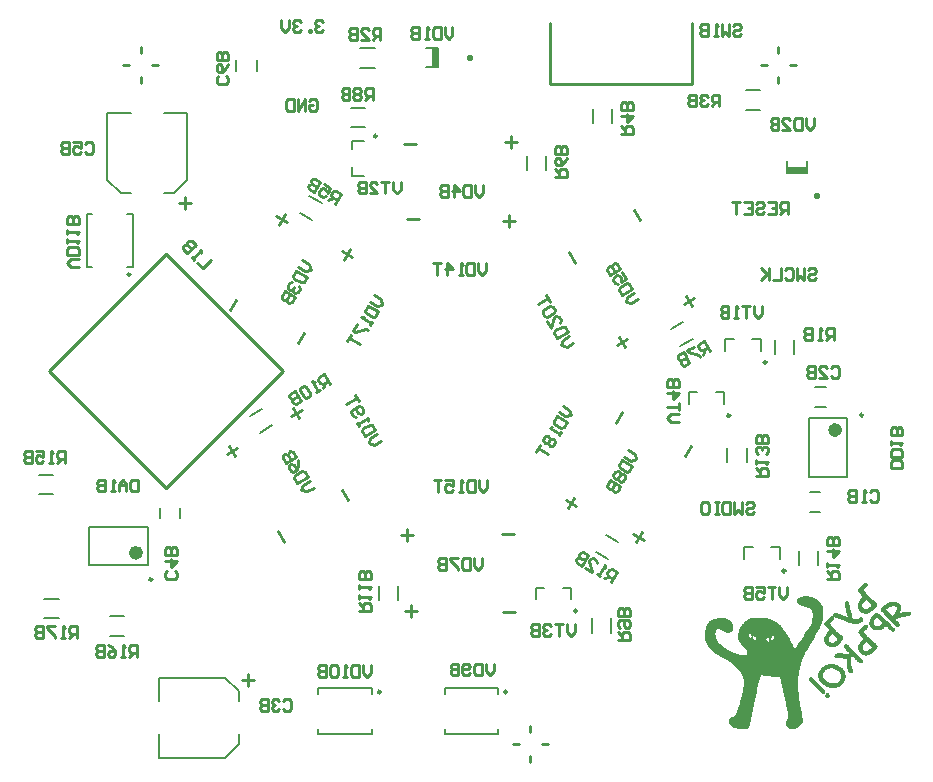
<source format=gbo>
G04 Layer_Color=48896*
%FSLAX44Y44*%
%MOMM*%
G71*
G01*
G75*
%ADD26C,0.6000*%
%ADD54C,0.2500*%
%ADD55C,0.2540*%
%ADD56C,0.2000*%
%ADD57R,0.5500X1.6500*%
%ADD94R,1.6500X0.5500*%
G36*
X315687Y-242012D02*
X315975Y-242039D01*
X316158Y-242065D01*
X316210D01*
X317101Y-242222D01*
X317939Y-242431D01*
X318777Y-242693D01*
X319536Y-242981D01*
X320269Y-243296D01*
X320950Y-243662D01*
X321578Y-243976D01*
X322155Y-244343D01*
X322652Y-244683D01*
X323124Y-244998D01*
X323516Y-245286D01*
X323830Y-245548D01*
X324066Y-245783D01*
X324276Y-245940D01*
X324407Y-246071D01*
X324433Y-246098D01*
X324930Y-246647D01*
X325349Y-247223D01*
X325716Y-247800D01*
X326030Y-248376D01*
X326292Y-248952D01*
X326475Y-249502D01*
X326632Y-250078D01*
X326737Y-250602D01*
X326842Y-251073D01*
X326868Y-251518D01*
X326921Y-251937D01*
Y-252251D01*
X326947Y-252539D01*
Y-252749D01*
X326921Y-252880D01*
Y-252932D01*
X326816Y-253613D01*
X326659Y-254294D01*
X326475Y-254949D01*
X326240Y-255551D01*
X325978Y-256127D01*
X325690Y-256677D01*
X325114Y-257672D01*
X324826Y-258117D01*
X324564Y-258484D01*
X324276Y-258824D01*
X324066Y-259086D01*
X323883Y-259322D01*
X323726Y-259479D01*
X323621Y-259583D01*
X323595Y-259610D01*
X322914Y-260238D01*
X322181Y-260762D01*
X321421Y-261207D01*
X320662Y-261548D01*
X319903Y-261835D01*
X319169Y-262045D01*
X318436Y-262202D01*
X317755Y-262307D01*
X317101Y-262386D01*
X316498Y-262412D01*
X315503D01*
X315137Y-262359D01*
X314849Y-262333D01*
X314665Y-262307D01*
X314613D01*
X313749Y-262124D01*
X312911Y-261914D01*
X312099Y-261626D01*
X311366Y-261312D01*
X310633Y-260998D01*
X309978Y-260657D01*
X309376Y-260317D01*
X308799Y-259950D01*
X308302Y-259610D01*
X307857Y-259269D01*
X307464Y-258981D01*
X307150Y-258719D01*
X306862Y-258484D01*
X306705Y-258327D01*
X306574Y-258196D01*
X306548Y-258169D01*
X305998Y-257567D01*
X305500Y-256965D01*
X305081Y-256389D01*
X304715Y-255813D01*
X304426Y-255263D01*
X304191Y-254713D01*
X304007Y-254215D01*
X303850Y-253744D01*
X303719Y-253299D01*
X303641Y-252906D01*
X303588Y-252539D01*
X303536Y-252225D01*
X303510Y-251989D01*
Y-251832D01*
Y-251728D01*
Y-251675D01*
X303562Y-251047D01*
X303693Y-250445D01*
X303903Y-249816D01*
X304138Y-249214D01*
X304400Y-248638D01*
X304715Y-248062D01*
X305369Y-247040D01*
X305683Y-246569D01*
X305998Y-246150D01*
X306286Y-245809D01*
X306548Y-245495D01*
X306757Y-245233D01*
X306940Y-245050D01*
X307045Y-244945D01*
X307097Y-244893D01*
X307778Y-244265D01*
X308512Y-243741D01*
X309271Y-243296D01*
X310030Y-242955D01*
X310816Y-242641D01*
X311549Y-242431D01*
X312309Y-242248D01*
X312989Y-242143D01*
X313644Y-242065D01*
X314272Y-242012D01*
X314822Y-241986D01*
X315294D01*
X315687Y-242012D01*
D02*
G37*
G36*
X298063Y-253456D02*
X298430Y-253613D01*
X298587Y-253718D01*
X298718Y-253796D01*
X298770Y-253849D01*
X298796Y-253875D01*
X299058Y-254137D01*
X299372Y-254451D01*
X300027Y-255106D01*
X300708Y-255786D01*
X301389Y-256467D01*
X301729Y-256755D01*
X302017Y-257043D01*
X302279Y-257305D01*
X302515Y-257541D01*
X302698Y-257724D01*
X302829Y-257855D01*
X302934Y-257960D01*
X302960Y-257986D01*
X303458Y-258484D01*
X303929Y-258955D01*
X304348Y-259374D01*
X304741Y-259767D01*
X305107Y-260133D01*
X305448Y-260474D01*
X305762Y-260788D01*
X306024Y-261050D01*
X306259Y-261286D01*
X306469Y-261495D01*
X306652Y-261678D01*
X306783Y-261809D01*
X306888Y-261914D01*
X306993Y-262019D01*
X307019Y-262045D01*
X307045Y-262071D01*
X307202Y-262228D01*
X307386Y-262412D01*
X307778Y-262805D01*
X307935Y-262962D01*
X308066Y-263092D01*
X308171Y-263197D01*
X308197Y-263223D01*
X308459Y-263485D01*
X308669Y-263747D01*
X308878Y-263957D01*
X309035Y-264114D01*
X309166Y-264245D01*
X309245Y-264323D01*
X309297Y-264376D01*
X309323Y-264402D01*
X309480Y-264611D01*
X309638Y-264821D01*
X309768Y-265214D01*
X309795Y-265397D01*
X309821Y-265528D01*
Y-265580D01*
Y-265633D01*
X309768Y-265894D01*
X309716Y-266104D01*
X309507Y-266523D01*
X309402Y-266680D01*
X309323Y-266811D01*
X309271Y-266863D01*
X309245Y-266889D01*
X309009Y-267073D01*
X308826Y-267204D01*
X308407Y-267361D01*
X308250Y-267413D01*
X308092Y-267466D01*
X307726D01*
X307464Y-267413D01*
X307281Y-267335D01*
X307097Y-267256D01*
X306940Y-267151D01*
X306809Y-267073D01*
X306757Y-267020D01*
X306731Y-266994D01*
X296204Y-256467D01*
X296047Y-256258D01*
X295890Y-256048D01*
X295759Y-255655D01*
X295732Y-255472D01*
Y-255315D01*
Y-255263D01*
Y-255210D01*
Y-254949D01*
X295811Y-254713D01*
X296021Y-254294D01*
X296125Y-254137D01*
X296178Y-254032D01*
X296256Y-253953D01*
X296282Y-253927D01*
X296518Y-253744D01*
X296701Y-253613D01*
X297120Y-253456D01*
X297304Y-253430D01*
X297435Y-253403D01*
X297513Y-253377D01*
X297827D01*
X298063Y-253456D01*
D02*
G37*
G36*
X327471Y-225253D02*
X327968Y-225436D01*
X328413Y-225672D01*
X328780Y-225934D01*
X328911Y-226012D01*
X329016Y-226117D01*
X329068Y-226170D01*
X329094Y-226196D01*
X329356Y-226458D01*
X329644Y-226746D01*
X330246Y-227400D01*
X330927Y-228081D01*
X331555Y-228762D01*
X331844Y-229050D01*
X332105Y-229364D01*
X332367Y-229626D01*
X332577Y-229836D01*
X332734Y-230045D01*
X332865Y-230176D01*
X332970Y-230281D01*
X332996Y-230307D01*
X333441Y-230805D01*
X333886Y-231250D01*
X334305Y-231721D01*
X334672Y-232088D01*
X335012Y-232481D01*
X335326Y-232795D01*
X335641Y-233109D01*
X335876Y-233397D01*
X336112Y-233633D01*
X336321Y-233842D01*
X336479Y-233999D01*
X336609Y-234130D01*
X336740Y-234261D01*
X336819Y-234340D01*
X336845Y-234366D01*
X336871Y-234392D01*
X337159Y-234680D01*
X337500Y-235021D01*
X337867Y-235335D01*
X338233Y-235702D01*
X338547Y-235963D01*
X338809Y-236225D01*
X338940Y-236304D01*
X339019Y-236382D01*
X339045Y-236409D01*
X339071Y-236435D01*
X339595Y-236906D01*
X340014Y-237325D01*
X340380Y-237692D01*
X340721Y-237980D01*
X340956Y-238215D01*
X341114Y-238372D01*
X341218Y-238477D01*
X341245Y-238503D01*
X341428Y-238739D01*
X341585Y-238949D01*
X341664Y-239184D01*
X341716Y-239394D01*
X341768Y-239551D01*
Y-239708D01*
X341794Y-239787D01*
Y-239839D01*
X341742Y-240101D01*
X341637Y-240363D01*
X341428Y-240782D01*
X341323Y-240939D01*
X341245Y-241070D01*
X341166Y-241148D01*
X341140Y-241175D01*
X340852Y-241410D01*
X340537Y-241567D01*
X340249Y-241646D01*
X339909Y-241672D01*
X339569Y-241646D01*
X339281Y-241567D01*
X338652Y-241305D01*
X338128Y-240991D01*
X337919Y-240834D01*
X337709Y-240677D01*
X337526Y-240546D01*
X337421Y-240441D01*
X337343Y-240363D01*
X337317Y-240336D01*
X337081Y-240101D01*
X336819Y-239839D01*
X336740Y-239708D01*
X336662Y-239629D01*
X336609Y-239577D01*
X336583Y-239551D01*
X336400Y-239368D01*
X336295Y-239210D01*
X336190Y-239106D01*
X336086Y-239001D01*
X335981Y-238896D01*
X335955Y-238870D01*
X335719Y-238634D01*
X335431Y-238346D01*
X335169Y-238085D01*
X334907Y-237823D01*
X334672Y-237587D01*
X334488Y-237404D01*
X334357Y-237273D01*
X334305Y-237220D01*
X333912Y-236828D01*
X333572Y-236539D01*
X333284Y-236251D01*
X333074Y-236042D01*
X332891Y-235859D01*
X332786Y-235754D01*
X332708Y-235675D01*
X332682Y-235649D01*
X331974Y-236356D01*
X331765Y-236618D01*
X331608Y-236932D01*
X331503Y-237299D01*
X331425Y-237692D01*
X331372Y-238163D01*
X331346Y-238608D01*
Y-239551D01*
X331425Y-240467D01*
X331451Y-240860D01*
X331477Y-241201D01*
X331555Y-241489D01*
X331582Y-241724D01*
X331608Y-241855D01*
Y-241908D01*
X331844Y-243139D01*
X332105Y-244186D01*
X332341Y-245102D01*
X332551Y-245836D01*
X332760Y-246412D01*
X332865Y-246621D01*
X332917Y-246831D01*
X332996Y-246962D01*
X333048Y-247066D01*
Y-247119D01*
X333074Y-247145D01*
X333258Y-247642D01*
X333284Y-248088D01*
X333258Y-248480D01*
X333127Y-248821D01*
X332996Y-249109D01*
X332865Y-249292D01*
X332786Y-249423D01*
X332734Y-249476D01*
X332498Y-249659D01*
X332289Y-249816D01*
X331870Y-249973D01*
X331687Y-250052D01*
X331555Y-250078D01*
X331477Y-250104D01*
X331110D01*
X330875Y-250078D01*
X330639Y-249999D01*
X330429Y-249895D01*
X330272Y-249790D01*
X330141Y-249711D01*
X330089Y-249659D01*
X330063Y-249633D01*
X329827Y-249345D01*
X329618Y-249030D01*
X329408Y-248664D01*
X329225Y-248271D01*
X328911Y-247381D01*
X328596Y-246490D01*
X328387Y-245652D01*
X328308Y-245260D01*
X328230Y-244919D01*
X328177Y-244657D01*
X328125Y-244448D01*
X328099Y-244317D01*
Y-244265D01*
X327968Y-243505D01*
X327889Y-242798D01*
X327811Y-242091D01*
X327758Y-241462D01*
X327732Y-240860D01*
X327706Y-240310D01*
Y-239787D01*
X327732Y-239341D01*
X327758Y-238896D01*
X327785Y-238556D01*
X327811Y-238215D01*
X327837Y-237980D01*
X327863Y-237744D01*
X327889Y-237613D01*
Y-237508D01*
X327916Y-237482D01*
X327130Y-237639D01*
X326318Y-237666D01*
X325559Y-237639D01*
X324852Y-237561D01*
X324276Y-237404D01*
X323778Y-237273D01*
X323621Y-237220D01*
X323490Y-237194D01*
X323412Y-237168D01*
X323385Y-237142D01*
X322888Y-236959D01*
X322416Y-236801D01*
X321997Y-236697D01*
X321605Y-236618D01*
X321291Y-236566D01*
X321002Y-236539D01*
X320714Y-236513D01*
X320479Y-236539D01*
X320138Y-236618D01*
X319903Y-236697D01*
X319772Y-236775D01*
X319746Y-236801D01*
X319562Y-236932D01*
X319405Y-237037D01*
X319038Y-237089D01*
X318777D01*
X318698Y-237116D01*
X318672Y-237089D01*
X318253Y-236985D01*
X317939Y-236828D01*
X317808Y-236749D01*
X317755Y-236697D01*
X317703Y-236644D01*
X317677Y-236618D01*
X317546Y-236435D01*
X317467Y-236199D01*
X317441Y-235963D01*
X317415Y-235728D01*
X317467Y-235518D01*
X317493Y-235335D01*
X317546Y-235230D01*
Y-235178D01*
X317651Y-234863D01*
X317782Y-234628D01*
X318017Y-234183D01*
X318174Y-234026D01*
X318253Y-233895D01*
X318305Y-233842D01*
X318331Y-233816D01*
X318646Y-233554D01*
X318960Y-233292D01*
X319615Y-232952D01*
X320269Y-232716D01*
X320872Y-232585D01*
X321395Y-232533D01*
X321814D01*
X322102Y-232559D01*
X322181Y-232533D01*
X322207Y-232559D01*
X322940Y-232769D01*
X323673Y-232926D01*
X324328Y-233109D01*
X324930Y-233292D01*
X325454Y-233397D01*
X325847Y-233528D01*
X326109Y-233580D01*
X326161D01*
X326187Y-233607D01*
X326632Y-233685D01*
X327025Y-233711D01*
X327418Y-233738D01*
X327758Y-233711D01*
X328439Y-233607D01*
X328963Y-233449D01*
X329408Y-233266D01*
X329723Y-233109D01*
X329958Y-232978D01*
X329984Y-232952D01*
X330010Y-232926D01*
X329434Y-232297D01*
X328885Y-231747D01*
X328413Y-231224D01*
X327942Y-230752D01*
X327575Y-230333D01*
X327209Y-229967D01*
X326894Y-229652D01*
X326632Y-229391D01*
X326423Y-229129D01*
X326213Y-228919D01*
X326056Y-228762D01*
X325925Y-228631D01*
X325821Y-228526D01*
X325768Y-228474D01*
X325716Y-228422D01*
X325533Y-228186D01*
X325402Y-228003D01*
X325245Y-227584D01*
X325218Y-227400D01*
X325192Y-227217D01*
Y-227165D01*
Y-227112D01*
X325218Y-226824D01*
X325271Y-226562D01*
X325402Y-226327D01*
X325507Y-226117D01*
X325611Y-225960D01*
X325690Y-225829D01*
X325768Y-225751D01*
X325794Y-225725D01*
X326056Y-225515D01*
X326344Y-225332D01*
X326632Y-225253D01*
X326894Y-225201D01*
X327471Y-225253D01*
D02*
G37*
G36*
X344623Y-208782D02*
X345042Y-208991D01*
X345199Y-209096D01*
X345303Y-209149D01*
X345382Y-209227D01*
X345408Y-209253D01*
X345592Y-209489D01*
X345749Y-209698D01*
X345853Y-209908D01*
X345906Y-210117D01*
X345932Y-210301D01*
X345958Y-210432D01*
X345984Y-210510D01*
Y-210562D01*
X345958Y-210851D01*
X345880Y-211086D01*
X345644Y-211531D01*
X345539Y-211689D01*
X345461Y-211819D01*
X345382Y-211898D01*
X345356Y-211924D01*
X345277Y-212003D01*
X345120Y-212160D01*
X344963Y-212317D01*
X344753Y-212526D01*
X344230Y-212998D01*
X343706Y-213522D01*
X343182Y-214045D01*
X342920Y-214255D01*
X342711Y-214464D01*
X342528Y-214648D01*
X342397Y-214778D01*
X342318Y-214857D01*
X342292Y-214883D01*
X342423Y-215014D01*
X342580Y-215224D01*
X342947Y-215590D01*
X343366Y-216062D01*
X343785Y-216533D01*
X344177Y-216978D01*
X344334Y-217188D01*
X344518Y-217371D01*
X344623Y-217528D01*
X344727Y-217633D01*
X344780Y-217685D01*
X344806Y-217711D01*
X345356Y-218314D01*
X345853Y-218864D01*
X346298Y-219361D01*
X346639Y-219754D01*
X346953Y-220068D01*
X347163Y-220278D01*
X347294Y-220409D01*
X347346Y-220461D01*
X347974Y-221089D01*
X348603Y-221666D01*
X349231Y-222242D01*
X349808Y-222713D01*
X350279Y-223132D01*
X350514Y-223315D01*
X350698Y-223446D01*
X350829Y-223577D01*
X350960Y-223656D01*
X351012Y-223708D01*
X351038Y-223734D01*
X351562Y-224153D01*
X351955Y-224494D01*
X352295Y-224782D01*
X352505Y-224991D01*
X352688Y-225122D01*
X352767Y-225201D01*
X352819Y-225253D01*
X352845Y-225279D01*
X353186Y-225672D01*
X353447Y-225986D01*
X353657Y-226353D01*
X353762Y-226667D01*
X353866Y-226981D01*
X353893Y-227269D01*
Y-227531D01*
X353866Y-227767D01*
X353762Y-228186D01*
X353605Y-228500D01*
X353447Y-228710D01*
X353421Y-228736D01*
X353395Y-228762D01*
X353238Y-228919D01*
X353081Y-229024D01*
X352950Y-229102D01*
X352924Y-229129D01*
X352767Y-229286D01*
X352583Y-229469D01*
X352191Y-229914D01*
X351981Y-230124D01*
X351850Y-230307D01*
X351745Y-230412D01*
X351693Y-230464D01*
X351431Y-230779D01*
X351169Y-231040D01*
X350960Y-231250D01*
X350803Y-231459D01*
X350645Y-231616D01*
X350541Y-231721D01*
X350488Y-231773D01*
X350462Y-231800D01*
X349991Y-232271D01*
X349467Y-232690D01*
X348996Y-233057D01*
X348524Y-233423D01*
X348079Y-233711D01*
X347634Y-233947D01*
X347241Y-234183D01*
X346848Y-234366D01*
X346482Y-234523D01*
X346194Y-234654D01*
X345906Y-234733D01*
X345670Y-234811D01*
X345487Y-234890D01*
X345356Y-234916D01*
X345251D01*
X345225Y-234942D01*
X344675Y-235021D01*
X344099D01*
X343575Y-234968D01*
X343051Y-234916D01*
X342580Y-234759D01*
X342109Y-234602D01*
X341664Y-234418D01*
X341297Y-234209D01*
X340616Y-233790D01*
X340328Y-233607D01*
X340092Y-233423D01*
X339883Y-233266D01*
X339752Y-233135D01*
X339673Y-233057D01*
X339647Y-233030D01*
X339150Y-232481D01*
X338704Y-231931D01*
X338364Y-231381D01*
X338050Y-230857D01*
X337840Y-230333D01*
X337657Y-229836D01*
X337526Y-229391D01*
X337421Y-228919D01*
X337395Y-228526D01*
X337343Y-228160D01*
Y-227846D01*
X337369Y-227558D01*
Y-227348D01*
X337395Y-227165D01*
X337421Y-227086D01*
Y-227034D01*
X337552Y-226589D01*
X337735Y-226091D01*
X338233Y-225122D01*
X338835Y-224206D01*
X339464Y-223315D01*
X339778Y-222949D01*
X340092Y-222582D01*
X340354Y-222268D01*
X340616Y-222006D01*
X340826Y-221744D01*
X340983Y-221587D01*
X341087Y-221482D01*
X341114Y-221456D01*
X341376Y-221194D01*
X341664Y-220906D01*
X341794Y-220828D01*
X341899Y-220723D01*
X341952Y-220671D01*
X341978Y-220644D01*
X341218Y-219780D01*
X340537Y-218995D01*
X339935Y-218340D01*
X339673Y-218026D01*
X339438Y-217790D01*
X339202Y-217554D01*
X339045Y-217345D01*
X338888Y-217188D01*
X338731Y-217031D01*
X338626Y-216926D01*
X338547Y-216847D01*
X338521Y-216821D01*
X338495Y-216795D01*
X338233Y-216481D01*
X337997Y-216193D01*
X337840Y-215878D01*
X337735Y-215616D01*
X337683Y-215355D01*
X337657Y-215119D01*
X337683Y-214674D01*
X337788Y-214307D01*
X337945Y-214045D01*
X338076Y-213862D01*
X338102Y-213836D01*
X338128Y-213810D01*
X338443Y-213495D01*
X338809Y-213129D01*
X339176Y-212762D01*
X339542Y-212396D01*
X339909Y-212081D01*
X340171Y-211819D01*
X340276Y-211715D01*
X340354Y-211636D01*
X340407Y-211584D01*
X340433Y-211558D01*
X340956Y-211034D01*
X341454Y-210589D01*
X341847Y-210196D01*
X342161Y-209882D01*
X342423Y-209620D01*
X342606Y-209436D01*
X342711Y-209332D01*
X342737Y-209306D01*
X342973Y-209122D01*
X343209Y-208939D01*
X343444Y-208860D01*
X343654Y-208756D01*
X343837Y-208729D01*
X343994D01*
X344073Y-208703D01*
X344387D01*
X344623Y-208782D01*
D02*
G37*
G36*
X328321Y-188914D02*
X328583Y-188966D01*
X328819Y-189045D01*
X329028Y-189150D01*
X329185Y-189254D01*
X329290Y-189307D01*
X329369Y-189385D01*
X329395Y-189412D01*
X329604Y-189674D01*
X329735Y-189961D01*
X329866Y-190197D01*
Y-190250D01*
X329893Y-190276D01*
X329945Y-190485D01*
X329997Y-190747D01*
X330128Y-191349D01*
X330259Y-192004D01*
X330364Y-192685D01*
X330495Y-193340D01*
X330600Y-193863D01*
X330626Y-194047D01*
X330652Y-194230D01*
X330678Y-194308D01*
Y-194361D01*
X330862Y-195277D01*
X331045Y-196089D01*
X331202Y-196770D01*
X331359Y-197346D01*
X331516Y-197817D01*
X331621Y-198132D01*
X331699Y-198315D01*
X331726Y-198394D01*
X331987Y-199179D01*
X332197Y-200070D01*
X332380Y-200986D01*
X332537Y-201876D01*
X332668Y-202688D01*
X332721Y-203002D01*
X332747Y-203290D01*
X332799Y-203552D01*
X332825Y-203736D01*
Y-203840D01*
Y-203893D01*
X333244Y-203997D01*
X333637Y-204076D01*
X333978Y-204155D01*
X334266Y-204233D01*
X334789Y-204338D01*
X335156Y-204390D01*
X335392Y-204416D01*
X335549Y-204469D01*
X335654D01*
X336125Y-204416D01*
X336596Y-204312D01*
X337042Y-204128D01*
X337460Y-203919D01*
X337827Y-203709D01*
X338089Y-203552D01*
X338272Y-203421D01*
X338298Y-203395D01*
X338325Y-203369D01*
X338691Y-203107D01*
X338979Y-202871D01*
X339241Y-202714D01*
X339451Y-202557D01*
X339608Y-202505D01*
X339739Y-202426D01*
X339791D01*
X339817Y-202400D01*
X340131Y-202348D01*
X340420Y-202374D01*
X340708Y-202453D01*
X340943Y-202583D01*
X341153Y-202688D01*
X341310Y-202793D01*
X341415Y-202898D01*
X341441Y-202924D01*
X341624Y-203160D01*
X341781Y-203369D01*
X341860Y-203605D01*
X341912Y-203814D01*
X341964Y-203971D01*
Y-204128D01*
X341991Y-204207D01*
Y-204259D01*
X341964Y-204547D01*
X341886Y-204783D01*
X341676Y-205202D01*
X341572Y-205359D01*
X341493Y-205490D01*
X341415Y-205569D01*
X341388Y-205595D01*
X340577Y-206302D01*
X339791Y-206878D01*
X338979Y-207323D01*
X338194Y-207690D01*
X337382Y-207925D01*
X336623Y-208109D01*
X335837Y-208214D01*
X335130Y-208240D01*
X334501D01*
X333873Y-208187D01*
X333349Y-208135D01*
X332878Y-208030D01*
X332537Y-207952D01*
X332249Y-207873D01*
X332092Y-207821D01*
X332014Y-207794D01*
X331097Y-207454D01*
X330102Y-207087D01*
X328164Y-206354D01*
X326227Y-205621D01*
X325336Y-205254D01*
X324446Y-204940D01*
X323634Y-204600D01*
X322875Y-204312D01*
X322220Y-204076D01*
X321618Y-203840D01*
X321172Y-203657D01*
X320806Y-203552D01*
X320596Y-203447D01*
X320518Y-203421D01*
X320073Y-203290D01*
X319706Y-203186D01*
X319418Y-203107D01*
X319130Y-203029D01*
X318920Y-202976D01*
X318790Y-202950D01*
X318685D01*
X318659Y-202924D01*
X318161Y-202793D01*
X317768Y-202662D01*
X317454Y-202505D01*
X317166Y-202374D01*
X316983Y-202243D01*
X316852Y-202164D01*
X316773Y-202086D01*
X316747Y-202060D01*
X316564Y-201824D01*
X316433Y-201588D01*
X316276Y-201169D01*
Y-200960D01*
X316249Y-200829D01*
Y-200724D01*
Y-200672D01*
X316276Y-200384D01*
X316354Y-200096D01*
X316459Y-199886D01*
X316564Y-199677D01*
X316668Y-199520D01*
X316747Y-199389D01*
X316826Y-199310D01*
X316852Y-199284D01*
X317192Y-198996D01*
X317533Y-198865D01*
X317925Y-198786D01*
X318240D01*
X318528Y-198813D01*
X318790Y-198865D01*
X318947Y-198917D01*
X318999D01*
X319732Y-199127D01*
X320335Y-199310D01*
X320858Y-199467D01*
X321303Y-199598D01*
X321644Y-199677D01*
X321880Y-199755D01*
X322037Y-199808D01*
X322089D01*
X322875Y-200122D01*
X323634Y-200410D01*
X324341Y-200698D01*
X324969Y-200960D01*
X325572Y-201196D01*
X326122Y-201431D01*
X326619Y-201614D01*
X327064Y-201798D01*
X327457Y-201929D01*
X327771Y-202086D01*
X328086Y-202191D01*
X328295Y-202295D01*
X328479Y-202374D01*
X328609Y-202400D01*
X328688Y-202426D01*
X328714Y-202453D01*
X328636Y-201903D01*
X328531Y-201431D01*
X328452Y-201038D01*
X328348Y-200672D01*
X328269Y-200384D01*
X328217Y-200174D01*
X328138Y-200043D01*
Y-199991D01*
X327902Y-199441D01*
X327745Y-198865D01*
X327562Y-198315D01*
X327405Y-197791D01*
X327300Y-197320D01*
X327221Y-196980D01*
X327169Y-196718D01*
X327143Y-196639D01*
X327038Y-196220D01*
X326934Y-195696D01*
X326855Y-195146D01*
X326750Y-194570D01*
X326645Y-194047D01*
X326567Y-193601D01*
X326515Y-193444D01*
X326488Y-193313D01*
X326515Y-193235D01*
X326488Y-193209D01*
X326357Y-192502D01*
X326279Y-192161D01*
X326227Y-191899D01*
X326174Y-191637D01*
X326148Y-191454D01*
X326096Y-191349D01*
Y-191297D01*
Y-190878D01*
X326122Y-190538D01*
X326200Y-190197D01*
X326305Y-189935D01*
X326410Y-189726D01*
X326515Y-189569D01*
X326593Y-189490D01*
X326619Y-189464D01*
X326855Y-189281D01*
X327064Y-189124D01*
X327326Y-189019D01*
X327536Y-188966D01*
X327745Y-188914D01*
X327876Y-188888D01*
X328033D01*
X328321Y-188914D01*
D02*
G37*
G36*
X315804Y-201850D02*
X316223Y-202060D01*
X316380Y-202164D01*
X316485Y-202217D01*
X316564Y-202295D01*
X316590Y-202321D01*
X316773Y-202557D01*
X316930Y-202767D01*
X317035Y-202976D01*
X317087Y-203186D01*
X317114Y-203369D01*
X317140Y-203500D01*
X317166Y-203578D01*
Y-203631D01*
X317140Y-203919D01*
X317061Y-204155D01*
X316826Y-204600D01*
X316721Y-204757D01*
X316642Y-204888D01*
X316564Y-204966D01*
X316537Y-204993D01*
X316459Y-205071D01*
X316302Y-205228D01*
X316145Y-205385D01*
X315935Y-205595D01*
X315411Y-206066D01*
X314888Y-206590D01*
X314364Y-207114D01*
X314102Y-207323D01*
X313893Y-207533D01*
X313709Y-207716D01*
X313578Y-207847D01*
X313500Y-207925D01*
X313474Y-207952D01*
X313605Y-208083D01*
X313762Y-208292D01*
X314128Y-208659D01*
X314547Y-209130D01*
X314966Y-209601D01*
X315359Y-210047D01*
X315516Y-210256D01*
X315700Y-210439D01*
X315804Y-210596D01*
X315909Y-210701D01*
X315961Y-210754D01*
X315988Y-210780D01*
X316537Y-211382D01*
X317035Y-211932D01*
X317480Y-212430D01*
X317821Y-212822D01*
X318135Y-213137D01*
X318344Y-213346D01*
X318475Y-213477D01*
X318528Y-213529D01*
X319156Y-214158D01*
X319785Y-214734D01*
X320413Y-215310D01*
X320989Y-215781D01*
X321460Y-216200D01*
X321696Y-216384D01*
X321880Y-216515D01*
X322010Y-216646D01*
X322141Y-216724D01*
X322194Y-216776D01*
X322220Y-216803D01*
X322744Y-217222D01*
X323136Y-217562D01*
X323477Y-217850D01*
X323686Y-218060D01*
X323870Y-218190D01*
X323948Y-218269D01*
X324001Y-218321D01*
X324027Y-218348D01*
X324367Y-218740D01*
X324629Y-219055D01*
X324839Y-219421D01*
X324943Y-219736D01*
X325048Y-220050D01*
X325074Y-220338D01*
Y-220600D01*
X325048Y-220835D01*
X324943Y-221254D01*
X324786Y-221569D01*
X324629Y-221778D01*
X324603Y-221804D01*
X324577Y-221830D01*
X324420Y-221987D01*
X324263Y-222092D01*
X324132Y-222171D01*
X324105Y-222197D01*
X323948Y-222354D01*
X323765Y-222537D01*
X323372Y-222983D01*
X323163Y-223192D01*
X323032Y-223375D01*
X322927Y-223480D01*
X322875Y-223533D01*
X322613Y-223847D01*
X322351Y-224109D01*
X322141Y-224318D01*
X321984Y-224528D01*
X321827Y-224685D01*
X321722Y-224790D01*
X321670Y-224842D01*
X321644Y-224868D01*
X321172Y-225339D01*
X320649Y-225758D01*
X320177Y-226125D01*
X319706Y-226492D01*
X319261Y-226780D01*
X318816Y-227015D01*
X318423Y-227251D01*
X318030Y-227434D01*
X317663Y-227591D01*
X317376Y-227722D01*
X317087Y-227801D01*
X316852Y-227880D01*
X316668Y-227958D01*
X316537Y-227984D01*
X316433D01*
X316407Y-228010D01*
X315857Y-228089D01*
X315280D01*
X314757Y-228037D01*
X314233Y-227984D01*
X313762Y-227827D01*
X313290Y-227670D01*
X312845Y-227487D01*
X312479Y-227277D01*
X311798Y-226858D01*
X311510Y-226675D01*
X311274Y-226492D01*
X311064Y-226334D01*
X310934Y-226203D01*
X310855Y-226125D01*
X310829Y-226099D01*
X310331Y-225549D01*
X309886Y-224999D01*
X309546Y-224449D01*
X309231Y-223925D01*
X309022Y-223402D01*
X308839Y-222904D01*
X308708Y-222459D01*
X308603Y-221987D01*
X308577Y-221595D01*
X308524Y-221228D01*
Y-220914D01*
X308551Y-220626D01*
Y-220416D01*
X308577Y-220233D01*
X308603Y-220154D01*
Y-220102D01*
X308734Y-219657D01*
X308917Y-219159D01*
X309415Y-218190D01*
X310017Y-217274D01*
X310646Y-216384D01*
X310960Y-216017D01*
X311274Y-215650D01*
X311536Y-215336D01*
X311798Y-215074D01*
X312007Y-214812D01*
X312164Y-214655D01*
X312269Y-214551D01*
X312295Y-214524D01*
X312557Y-214263D01*
X312845Y-213974D01*
X312976Y-213896D01*
X313081Y-213791D01*
X313133Y-213739D01*
X313159Y-213713D01*
X312400Y-212848D01*
X311719Y-212063D01*
X311117Y-211408D01*
X310855Y-211094D01*
X310619Y-210858D01*
X310384Y-210623D01*
X310227Y-210413D01*
X310069Y-210256D01*
X309912Y-210099D01*
X309808Y-209994D01*
X309729Y-209916D01*
X309703Y-209889D01*
X309677Y-209863D01*
X309415Y-209549D01*
X309179Y-209261D01*
X309022Y-208947D01*
X308917Y-208685D01*
X308865Y-208423D01*
X308839Y-208187D01*
X308865Y-207742D01*
X308970Y-207376D01*
X309127Y-207114D01*
X309258Y-206930D01*
X309284Y-206904D01*
X309310Y-206878D01*
X309624Y-206564D01*
X309991Y-206197D01*
X310357Y-205830D01*
X310724Y-205464D01*
X311091Y-205150D01*
X311353Y-204888D01*
X311457Y-204783D01*
X311536Y-204704D01*
X311588Y-204652D01*
X311614Y-204626D01*
X312138Y-204102D01*
X312636Y-203657D01*
X313029Y-203264D01*
X313343Y-202950D01*
X313605Y-202688D01*
X313788Y-202505D01*
X313893Y-202400D01*
X313919Y-202374D01*
X314154Y-202191D01*
X314390Y-202007D01*
X314626Y-201929D01*
X314835Y-201824D01*
X315019Y-201798D01*
X315176D01*
X315254Y-201772D01*
X315569D01*
X315804Y-201850D01*
D02*
G37*
G36*
X311968Y-266785D02*
X312151Y-266863D01*
X312335Y-266942D01*
X312492Y-267047D01*
X312623Y-267125D01*
X312675Y-267178D01*
X312701Y-267204D01*
X312858Y-267413D01*
X312989Y-267649D01*
X313173Y-268146D01*
X313225Y-268356D01*
X313277Y-268513D01*
X313304Y-268644D01*
Y-268696D01*
Y-269115D01*
X313277Y-269456D01*
X313225Y-269770D01*
X313120Y-270032D01*
X313042Y-270215D01*
X312963Y-270346D01*
X312885Y-270425D01*
X312858Y-270451D01*
X312649Y-270608D01*
X312439Y-270765D01*
X312020Y-270922D01*
X311837Y-270948D01*
X311706Y-270975D01*
X311628Y-271001D01*
X311313D01*
X311052Y-270948D01*
X310842Y-270896D01*
X310659Y-270818D01*
X310528Y-270739D01*
X310397Y-270660D01*
X310345Y-270608D01*
X310318Y-270582D01*
X310161Y-270372D01*
X310030Y-270137D01*
X309821Y-269613D01*
X309768Y-269403D01*
X309742Y-269220D01*
X309716Y-269089D01*
Y-269037D01*
X309690Y-268644D01*
X309742Y-268277D01*
X309795Y-267963D01*
X309873Y-267728D01*
X309978Y-267518D01*
X310056Y-267387D01*
X310135Y-267309D01*
X310161Y-267282D01*
X310371Y-267125D01*
X310580Y-266968D01*
X310999Y-266811D01*
X311182Y-266785D01*
X311313Y-266759D01*
X311392Y-266732D01*
X311706D01*
X311968Y-266785D01*
D02*
G37*
G36*
X344295Y-173359D02*
X344714Y-173569D01*
X344871Y-173674D01*
X344976Y-173726D01*
X345055Y-173804D01*
X345081Y-173831D01*
X345264Y-174066D01*
X345421Y-174276D01*
X345526Y-174485D01*
X345578Y-174695D01*
X345604Y-174878D01*
X345631Y-175009D01*
X345657Y-175088D01*
Y-175140D01*
X345631Y-175428D01*
X345552Y-175664D01*
X345316Y-176109D01*
X345212Y-176266D01*
X345133Y-176397D01*
X345055Y-176476D01*
X345028Y-176502D01*
X344950Y-176580D01*
X344793Y-176737D01*
X344636Y-176894D01*
X344426Y-177104D01*
X343902Y-177575D01*
X343379Y-178099D01*
X342855Y-178623D01*
X342593Y-178832D01*
X342383Y-179042D01*
X342200Y-179225D01*
X342069Y-179356D01*
X341991Y-179435D01*
X341964Y-179461D01*
X342095Y-179592D01*
X342253Y-179801D01*
X342619Y-180168D01*
X343038Y-180639D01*
X343457Y-181110D01*
X343850Y-181556D01*
X344007Y-181765D01*
X344190Y-181949D01*
X344295Y-182106D01*
X344400Y-182210D01*
X344452Y-182263D01*
X344478Y-182289D01*
X345028Y-182891D01*
X345526Y-183441D01*
X345971Y-183939D01*
X346311Y-184331D01*
X346626Y-184646D01*
X346835Y-184855D01*
X346966Y-184986D01*
X347019Y-185039D01*
X347647Y-185667D01*
X348275Y-186243D01*
X348904Y-186819D01*
X349480Y-187290D01*
X349951Y-187710D01*
X350187Y-187893D01*
X350370Y-188024D01*
X350501Y-188155D01*
X350632Y-188233D01*
X350685Y-188286D01*
X350711Y-188312D01*
X351235Y-188731D01*
X351627Y-189071D01*
X351968Y-189359D01*
X352177Y-189569D01*
X352360Y-189700D01*
X352439Y-189778D01*
X352491Y-189831D01*
X352518Y-189857D01*
X352858Y-190250D01*
X353120Y-190564D01*
X353329Y-190930D01*
X353434Y-191245D01*
X353539Y-191559D01*
X353565Y-191847D01*
Y-192109D01*
X353539Y-192344D01*
X353434Y-192764D01*
X353277Y-193078D01*
X353120Y-193287D01*
X353094Y-193313D01*
X353068Y-193340D01*
X352910Y-193497D01*
X352753Y-193601D01*
X352622Y-193680D01*
X352596Y-193706D01*
X352439Y-193863D01*
X352256Y-194047D01*
X351863Y-194492D01*
X351654Y-194701D01*
X351523Y-194885D01*
X351418Y-194989D01*
X351365Y-195042D01*
X351104Y-195356D01*
X350842Y-195618D01*
X350632Y-195827D01*
X350475Y-196037D01*
X350318Y-196194D01*
X350213Y-196299D01*
X350161Y-196351D01*
X350135Y-196377D01*
X349663Y-196849D01*
X349140Y-197268D01*
X348668Y-197634D01*
X348197Y-198001D01*
X347752Y-198289D01*
X347307Y-198524D01*
X346914Y-198760D01*
X346521Y-198944D01*
X346154Y-199101D01*
X345866Y-199231D01*
X345578Y-199310D01*
X345343Y-199389D01*
X345159Y-199467D01*
X345028Y-199493D01*
X344924D01*
X344897Y-199520D01*
X344347Y-199598D01*
X343771D01*
X343248Y-199546D01*
X342724Y-199493D01*
X342253Y-199336D01*
X341781Y-199179D01*
X341336Y-198996D01*
X340969Y-198786D01*
X340289Y-198367D01*
X340000Y-198184D01*
X339765Y-198001D01*
X339555Y-197844D01*
X339424Y-197713D01*
X339346Y-197634D01*
X339320Y-197608D01*
X338822Y-197058D01*
X338377Y-196508D01*
X338036Y-195958D01*
X337722Y-195434D01*
X337513Y-194911D01*
X337329Y-194413D01*
X337199Y-193968D01*
X337094Y-193497D01*
X337068Y-193104D01*
X337015Y-192737D01*
Y-192423D01*
X337042Y-192135D01*
Y-191926D01*
X337068Y-191742D01*
X337094Y-191664D01*
Y-191611D01*
X337225Y-191166D01*
X337408Y-190669D01*
X337906Y-189700D01*
X338508Y-188783D01*
X339136Y-187893D01*
X339451Y-187526D01*
X339765Y-187160D01*
X340027Y-186845D01*
X340289Y-186583D01*
X340498Y-186322D01*
X340655Y-186164D01*
X340760Y-186060D01*
X340786Y-186034D01*
X341048Y-185772D01*
X341336Y-185484D01*
X341467Y-185405D01*
X341572Y-185300D01*
X341624Y-185248D01*
X341650Y-185222D01*
X340891Y-184358D01*
X340210Y-183572D01*
X339608Y-182917D01*
X339346Y-182603D01*
X339110Y-182367D01*
X338875Y-182132D01*
X338717Y-181922D01*
X338560Y-181765D01*
X338403Y-181608D01*
X338298Y-181503D01*
X338220Y-181425D01*
X338194Y-181399D01*
X338167Y-181372D01*
X337906Y-181058D01*
X337670Y-180770D01*
X337513Y-180456D01*
X337408Y-180194D01*
X337356Y-179932D01*
X337329Y-179696D01*
X337356Y-179251D01*
X337460Y-178885D01*
X337618Y-178623D01*
X337748Y-178440D01*
X337775Y-178413D01*
X337801Y-178387D01*
X338115Y-178073D01*
X338482Y-177706D01*
X338848Y-177340D01*
X339215Y-176973D01*
X339581Y-176659D01*
X339843Y-176397D01*
X339948Y-176292D01*
X340027Y-176214D01*
X340079Y-176161D01*
X340105Y-176135D01*
X340629Y-175611D01*
X341127Y-175166D01*
X341519Y-174773D01*
X341834Y-174459D01*
X342095Y-174197D01*
X342279Y-174014D01*
X342383Y-173909D01*
X342410Y-173883D01*
X342645Y-173700D01*
X342881Y-173516D01*
X343117Y-173438D01*
X343326Y-173333D01*
X343509Y-173307D01*
X343667D01*
X343745Y-173281D01*
X344059D01*
X344295Y-173359D01*
D02*
G37*
G36*
X353526Y-198726D02*
X353866Y-198805D01*
X354495Y-199119D01*
X355071Y-199486D01*
X355307Y-199669D01*
X355542Y-199852D01*
X355726Y-199983D01*
X355857Y-200114D01*
X355935Y-200193D01*
X355961Y-200219D01*
X356249Y-200507D01*
X356616Y-200821D01*
X357349Y-201502D01*
X358135Y-202235D01*
X358894Y-202942D01*
X359287Y-203283D01*
X359627Y-203571D01*
X359915Y-203859D01*
X360204Y-204095D01*
X360413Y-204304D01*
X360596Y-204435D01*
X360701Y-204540D01*
X360727Y-204566D01*
X361303Y-205090D01*
X361827Y-205561D01*
X362351Y-206032D01*
X362822Y-206451D01*
X363241Y-206818D01*
X363634Y-207211D01*
X363974Y-207499D01*
X364289Y-207813D01*
X364551Y-208075D01*
X364812Y-208284D01*
X365022Y-208494D01*
X365179Y-208651D01*
X365310Y-208782D01*
X365388Y-208860D01*
X365441Y-208913D01*
X365467Y-208939D01*
X368243Y-211715D01*
X368400Y-211924D01*
X368557Y-212134D01*
X368688Y-212526D01*
X368714Y-212710D01*
X368740Y-212841D01*
X368766Y-212919D01*
Y-212972D01*
X368740Y-213260D01*
X368662Y-213495D01*
X368478Y-213888D01*
X368374Y-214045D01*
X368295Y-214176D01*
X368217Y-214255D01*
X368190Y-214281D01*
X367955Y-214464D01*
X367771Y-214595D01*
X367352Y-214752D01*
X367169Y-214778D01*
X367012Y-214831D01*
X366907D01*
X366619Y-214805D01*
X366384Y-214778D01*
X366174Y-214674D01*
X365991Y-214595D01*
X365834Y-214491D01*
X365703Y-214412D01*
X365650Y-214360D01*
X365624Y-214333D01*
X365048Y-213757D01*
X364524Y-213234D01*
X364027Y-212736D01*
X363582Y-212291D01*
X363163Y-211872D01*
X362770Y-211531D01*
X362429Y-211191D01*
X362141Y-210903D01*
X361879Y-210641D01*
X361644Y-210405D01*
X361434Y-210248D01*
X361277Y-210091D01*
X361172Y-209986D01*
X361068Y-209882D01*
X361041Y-209855D01*
X361015Y-209829D01*
X360806Y-210091D01*
X360649Y-210248D01*
X360492Y-210405D01*
X360413Y-210536D01*
X360334Y-210615D01*
X360282Y-210667D01*
X360256Y-210693D01*
X359758Y-211139D01*
X359313Y-211531D01*
X358318Y-212212D01*
X357402Y-212710D01*
X356956Y-212945D01*
X356537Y-213103D01*
X356145Y-213234D01*
X355778Y-213391D01*
X355490Y-213469D01*
X355202Y-213548D01*
X354992Y-213600D01*
X354809Y-213626D01*
X354730Y-213652D01*
X354678D01*
X354024Y-213731D01*
X353421Y-213705D01*
X352819Y-213679D01*
X352243Y-213574D01*
X351719Y-213417D01*
X351222Y-213234D01*
X350776Y-213050D01*
X350357Y-212841D01*
X349938Y-212631D01*
X349624Y-212422D01*
X349310Y-212212D01*
X349074Y-212029D01*
X348865Y-211872D01*
X348734Y-211741D01*
X348655Y-211662D01*
X348629Y-211636D01*
X348289Y-211243D01*
X347974Y-210824D01*
X347739Y-210379D01*
X347529Y-209960D01*
X347241Y-209044D01*
X347084Y-208206D01*
X347058Y-207446D01*
Y-207132D01*
Y-206818D01*
Y-206608D01*
X347084Y-206425D01*
X347110Y-206346D01*
Y-206294D01*
X347189Y-205744D01*
X347346Y-205221D01*
X347477Y-204723D01*
X347660Y-204278D01*
X348053Y-203414D01*
X348446Y-202707D01*
X348629Y-202418D01*
X348839Y-202157D01*
X348996Y-201895D01*
X349153Y-201738D01*
X349284Y-201554D01*
X349389Y-201450D01*
X349441Y-201397D01*
X349467Y-201371D01*
X349781Y-201057D01*
X350069Y-200769D01*
X350331Y-200559D01*
X350541Y-200350D01*
X350724Y-200166D01*
X350881Y-200062D01*
X350960Y-199983D01*
X350986Y-199957D01*
X351431Y-199617D01*
X351588Y-199459D01*
X351745Y-199355D01*
X351876Y-199276D01*
X351955Y-199198D01*
X352007D01*
X352033Y-199171D01*
X352295Y-198910D01*
X352583Y-198779D01*
X352871Y-198700D01*
X353212Y-198674D01*
X353526Y-198726D01*
D02*
G37*
G36*
X294117Y-184817D02*
X294118Y-184817D01*
X294684Y-184848D01*
X295811Y-184982D01*
X296927Y-185188D01*
X298028Y-185464D01*
X298569Y-185637D01*
X298569Y-185637D01*
X298758Y-185697D01*
X299130Y-185831D01*
X299498Y-185979D01*
X299860Y-186140D01*
X300246Y-186328D01*
X300657Y-186541D01*
X301062Y-186763D01*
X301463Y-186993D01*
X301660Y-187113D01*
X301660Y-187113D01*
X301857Y-187233D01*
X302246Y-187480D01*
X302629Y-187737D01*
X303006Y-188002D01*
X303191Y-188139D01*
X303191Y-188139D01*
X303349Y-188255D01*
X303655Y-188499D01*
X303952Y-188755D01*
X304239Y-189021D01*
X304378Y-189160D01*
X304950Y-189732D01*
X305932Y-191018D01*
X306735Y-192423D01*
X307345Y-193922D01*
X307548Y-194705D01*
Y-194705D01*
X307548Y-194705D01*
X307548Y-194706D01*
X307548Y-194708D01*
X307771Y-195569D01*
X308046Y-197328D01*
X308145Y-199105D01*
X308084Y-200553D01*
X307945Y-201765D01*
X307770Y-202962D01*
X307311Y-205096D01*
X306682Y-207268D01*
X305947Y-209263D01*
X305437Y-210420D01*
X305156Y-211044D01*
X304837Y-211752D01*
X303550Y-214373D01*
X302178Y-216950D01*
X300721Y-219481D01*
X299951Y-220722D01*
X299951Y-220722D01*
X299950Y-220723D01*
X299950Y-220724D01*
X299950Y-220724D01*
X299302Y-221772D01*
X298021Y-223875D01*
X296756Y-225989D01*
X295526Y-228085D01*
X295509Y-228114D01*
X295420Y-228268D01*
X294892Y-229180D01*
X294890Y-229184D01*
X294454Y-229951D01*
X294268Y-230290D01*
X293608Y-231496D01*
X292795Y-233059D01*
X292183Y-234301D01*
X292016Y-234639D01*
X291637Y-235441D01*
X291447Y-235856D01*
X291336Y-236098D01*
X291121Y-236597D01*
X290762Y-237426D01*
X290226Y-238770D01*
X289883Y-239706D01*
X289729Y-240128D01*
X289687Y-240251D01*
X289495Y-240812D01*
X289494Y-240815D01*
X289494Y-240815D01*
X289272Y-241495D01*
X289139Y-241938D01*
X288859Y-242864D01*
X288486Y-244244D01*
X288154Y-245636D01*
X288004Y-246335D01*
X287805Y-247333D01*
X287456Y-249339D01*
X287172Y-251356D01*
X286954Y-253380D01*
X286869Y-254395D01*
X286869Y-254395D01*
X286869Y-254397D01*
X286824Y-255030D01*
X286753Y-256297D01*
X286706Y-257565D01*
X286682Y-258833D01*
X286679Y-259467D01*
X286680Y-259870D01*
X286690Y-260676D01*
X286707Y-261423D01*
X286709Y-261482D01*
X286709Y-261491D01*
X286738Y-262288D01*
X286746Y-262480D01*
X286756Y-262690D01*
X286822Y-263920D01*
X286825Y-263959D01*
X286999Y-266369D01*
X287236Y-268813D01*
X287532Y-271251D01*
X287703Y-272467D01*
X287942Y-274069D01*
X288447Y-277269D01*
X288987Y-280464D01*
X289561Y-283653D01*
X289862Y-285245D01*
X289862Y-285245D01*
X290082Y-286423D01*
X290089Y-286461D01*
X290234Y-287273D01*
X290239Y-287306D01*
X290440Y-288493D01*
X290440Y-288493D01*
X290576Y-289706D01*
X290592Y-290026D01*
X290595Y-290246D01*
X290597Y-290399D01*
X290579Y-290704D01*
X290539Y-291007D01*
X290476Y-291307D01*
X290394Y-291595D01*
X290290Y-291871D01*
X290164Y-292136D01*
X290016Y-292391D01*
X289772Y-292738D01*
X289432Y-293177D01*
X289070Y-293598D01*
X288689Y-294000D01*
X288488Y-294192D01*
X288487Y-294193D01*
X288486Y-294194D01*
X288486Y-294194D01*
X288275Y-294395D01*
X287837Y-294780D01*
X287644Y-294935D01*
X286672Y-295655D01*
D01*
X285744Y-296221D01*
X284709Y-296744D01*
Y-296744D01*
X284482Y-296845D01*
X284016Y-297018D01*
X283540Y-297160D01*
X283056Y-297271D01*
X282405Y-297376D01*
X281584Y-297387D01*
X280770Y-297276D01*
X279982Y-297046D01*
X279609Y-296874D01*
X279239Y-296704D01*
X278561Y-296255D01*
X277960Y-295707D01*
X277449Y-295074D01*
X277244Y-294722D01*
X277059Y-294403D01*
X276775Y-293721D01*
X276583Y-293008D01*
X276486Y-292275D01*
X276486Y-291860D01*
X276487Y-291769D01*
X276490Y-291677D01*
X276495Y-291586D01*
X276498Y-291541D01*
X276525Y-291116D01*
X276696Y-290283D01*
X276978Y-289480D01*
X277367Y-288724D01*
X277611Y-288376D01*
X277611Y-288375D01*
X277612Y-288373D01*
X277612D01*
X277728Y-288196D01*
X277924Y-287821D01*
X278072Y-287425D01*
X278168Y-287013D01*
X278196Y-286802D01*
X278196Y-286800D01*
X278221Y-286515D01*
X278245Y-285944D01*
X278236Y-285372D01*
X278194Y-284802D01*
X278161Y-284518D01*
X278161Y-284518D01*
X278161Y-284518D01*
X278091Y-284009D01*
X277934Y-282994D01*
X277756Y-281983D01*
X277555Y-280975D01*
X277447Y-280473D01*
X277171Y-279224D01*
X276613Y-276727D01*
X276051Y-274230D01*
X275484Y-271735D01*
X275199Y-270488D01*
X275091Y-270016D01*
X274875Y-269071D01*
X274661Y-268126D01*
X274620Y-267946D01*
X274341Y-266708D01*
Y-266708D01*
X274216Y-266148D01*
X274063Y-265469D01*
X274019Y-265272D01*
X273806Y-264314D01*
X273594Y-263356D01*
X273489Y-262877D01*
X273489Y-262877D01*
X273488D01*
X273395Y-262455D01*
X273210Y-261611D01*
X273026Y-260766D01*
X272843Y-259921D01*
X272751Y-259499D01*
X272751Y-259498D01*
X272694Y-259231D01*
X272580Y-258697D01*
X272469Y-258162D01*
X272360Y-257626D01*
X272306Y-257359D01*
X272305Y-257355D01*
X272305Y-257355D01*
X272266Y-257163D01*
X272185Y-256779D01*
X272100Y-256396D01*
X272011Y-256014D01*
X271965Y-255824D01*
X271964Y-255821D01*
X271924Y-255658D01*
X271838Y-255334D01*
X271748Y-255011D01*
X271651Y-254689D01*
X271601Y-254529D01*
X271602Y-254529D01*
X271600Y-254525D01*
X271560Y-254400D01*
X271560Y-254399D01*
X271475Y-254142D01*
X271475Y-254142D01*
X271387Y-253885D01*
X271387Y-253885D01*
X271297Y-253629D01*
X271297Y-253629D01*
X271253Y-253509D01*
X271250Y-253500D01*
X271172Y-253445D01*
X271172Y-253445D01*
X271152Y-253444D01*
X269979Y-253388D01*
X269736Y-253372D01*
X269164Y-253320D01*
X268878Y-253288D01*
X268179Y-253211D01*
X266782Y-253053D01*
X265384Y-252892D01*
X264500Y-252788D01*
X263289Y-252645D01*
X263289Y-252645D01*
X263191Y-252633D01*
X262079Y-252500D01*
X261106Y-252383D01*
X259650Y-252206D01*
X258676Y-252087D01*
X257467Y-251938D01*
X256807Y-251801D01*
X256169Y-251655D01*
X256165Y-251654D01*
X256003Y-251620D01*
X255674Y-251644D01*
X255377Y-251787D01*
X255153Y-252029D01*
X255078Y-252177D01*
X255076Y-252182D01*
X254929Y-252567D01*
X254873Y-252716D01*
X254485Y-253792D01*
X254125Y-254877D01*
X253791Y-255971D01*
X253635Y-256521D01*
X253635Y-256521D01*
X253634Y-256522D01*
X253634Y-256523D01*
X253634Y-256523D01*
X253634Y-256523D01*
X253633Y-256526D01*
X253381Y-257449D01*
X252899Y-259300D01*
X252449Y-261160D01*
X252082Y-262798D01*
X252031Y-263026D01*
X251833Y-263965D01*
X251593Y-265135D01*
X251482Y-265672D01*
X250788Y-269089D01*
X250106Y-272507D01*
X249435Y-275928D01*
X249103Y-277640D01*
X249103D01*
X248861Y-278886D01*
X248620Y-280113D01*
X248290Y-281761D01*
X248025Y-283060D01*
X247783Y-284230D01*
X247783D01*
X247538Y-285398D01*
X247326Y-286390D01*
X247012Y-287829D01*
X246690Y-289266D01*
X246525Y-289983D01*
X246525Y-289984D01*
X246525Y-289984D01*
X246524Y-289986D01*
X246384Y-290595D01*
X246101Y-291812D01*
X245815Y-293029D01*
X245656Y-293697D01*
X245380Y-294853D01*
X244882Y-295917D01*
X244818Y-296004D01*
X244646Y-296192D01*
X244455Y-296360D01*
X244246Y-296507D01*
X244206Y-296528D01*
X243103Y-296932D01*
X241887Y-297063D01*
X241735Y-297070D01*
X241539Y-297070D01*
X241201Y-297070D01*
X240527Y-297064D01*
X240094Y-297055D01*
X238839Y-297019D01*
X238839Y-297019D01*
X237598Y-296949D01*
X237025Y-296906D01*
X235820Y-296770D01*
X235210Y-296678D01*
X234023Y-296476D01*
X234023Y-296476D01*
X232874Y-296185D01*
X232740Y-296145D01*
X231920Y-295816D01*
X231135Y-295410D01*
X230764Y-295169D01*
X230764D01*
X230460Y-294972D01*
X229911Y-294499D01*
X229503Y-294035D01*
X228874Y-293025D01*
D01*
X228872Y-293020D01*
X228448Y-291932D01*
X228283Y-291207D01*
X228196Y-290444D01*
Y-290222D01*
X228354Y-289024D01*
Y-289024D01*
X228946Y-288140D01*
X229608Y-287620D01*
X229685Y-287560D01*
X229730Y-287525D01*
X230042Y-287367D01*
X230852Y-286956D01*
X231106Y-286837D01*
X231307Y-286748D01*
X231309Y-286748D01*
X231310Y-286747D01*
Y-286747D01*
X234262Y-285441D01*
X236820Y-277258D01*
X236820Y-277257D01*
X236820Y-277255D01*
X237159Y-276154D01*
X237804Y-273944D01*
X238409Y-271723D01*
X238972Y-269490D01*
X239237Y-268370D01*
X239442Y-267456D01*
X239801Y-265624D01*
X240097Y-263780D01*
X240288Y-262258D01*
X240329Y-261928D01*
X240422Y-260999D01*
X240422Y-260997D01*
X240422Y-260996D01*
X240465Y-260452D01*
X240480Y-260263D01*
X240504Y-259748D01*
X240548Y-258795D01*
X240553Y-257325D01*
X240514Y-256350D01*
X240494Y-255856D01*
X240484Y-255719D01*
X240440Y-255120D01*
X240380Y-254574D01*
X240180Y-253493D01*
X239873Y-252438D01*
X239464Y-251418D01*
X239221Y-250925D01*
X239008Y-250534D01*
X238544Y-249776D01*
X238028Y-249051D01*
X237465Y-248362D01*
X237166Y-248033D01*
X237166Y-248033D01*
X236665Y-247505D01*
X236294Y-247124D01*
X235651Y-246462D01*
X234619Y-245438D01*
X233957Y-244804D01*
X233950Y-244797D01*
X233948Y-244795D01*
X233568Y-244431D01*
X233038Y-243936D01*
X233038Y-243936D01*
X233038Y-243936D01*
X233037Y-243935D01*
X233036Y-243934D01*
X233035Y-243933D01*
X232598Y-243533D01*
X232491Y-243434D01*
X232116Y-243099D01*
X232114Y-243097D01*
X232099Y-243085D01*
X231390Y-242452D01*
X230272Y-241490D01*
X229136Y-240548D01*
X228562Y-240085D01*
X228561Y-240084D01*
X228560Y-240083D01*
X228559Y-240083D01*
X228157Y-239770D01*
X227328Y-239176D01*
X226470Y-238626D01*
X225584Y-238121D01*
X225131Y-237886D01*
X225131Y-237886D01*
Y-237886D01*
X223975Y-237305D01*
X221707Y-236057D01*
X219489Y-234725D01*
X217321Y-233310D01*
X216265Y-232563D01*
X216265Y-232563D01*
Y-232563D01*
X216264Y-232562D01*
X215290Y-231851D01*
X213923Y-230705D01*
X212505Y-229303D01*
X211206Y-227790D01*
X210621Y-226983D01*
X210621Y-226983D01*
X210621Y-226983D01*
X210129Y-226305D01*
X209295Y-224852D01*
X208621Y-223319D01*
X208216Y-222044D01*
X207946Y-220901D01*
X207946Y-220901D01*
X207748Y-219744D01*
X207734Y-219649D01*
X207649Y-218806D01*
X207606Y-217960D01*
X207606Y-217109D01*
X207649Y-216255D01*
X207736Y-215404D01*
X207866Y-214559D01*
X207952Y-214141D01*
X208077Y-213534D01*
X208373Y-212331D01*
X208713Y-211140D01*
X208897Y-210580D01*
X209284Y-209467D01*
X209309Y-209396D01*
X209314Y-209381D01*
X209464Y-209047D01*
X209829Y-208233D01*
X209861Y-208168D01*
X210334Y-207418D01*
X210882Y-206721D01*
X211191Y-206403D01*
Y-206403D01*
X211488Y-206097D01*
X212146Y-205555D01*
X212861Y-205091D01*
X213623Y-204709D01*
X214023Y-204561D01*
X214551Y-204367D01*
X215623Y-204030D01*
X216710Y-203744D01*
X217810Y-203511D01*
X218365Y-203421D01*
X218802Y-203350D01*
X219682Y-203243D01*
X220566Y-203174D01*
X221451Y-203140D01*
X221895Y-203142D01*
X222288Y-203143D01*
X223073Y-203193D01*
X223854Y-203289D01*
X224627Y-203432D01*
X225009Y-203526D01*
X225009Y-203526D01*
X225361Y-203613D01*
X226052Y-203833D01*
X226726Y-204098D01*
X227381Y-204408D01*
X228010Y-204757D01*
X228608Y-205147D01*
X229178Y-205576D01*
X229717Y-206045D01*
X229970Y-206297D01*
X230170Y-206498D01*
X230540Y-206926D01*
X230673Y-207105D01*
X231317Y-208108D01*
X231317Y-208108D01*
X231317Y-208108D01*
X231712Y-209069D01*
X231946Y-210096D01*
X231946Y-210096D01*
X231949Y-211365D01*
X231948Y-211370D01*
X231860Y-211874D01*
X231791Y-212120D01*
X231720Y-212376D01*
X231535Y-212875D01*
X231494Y-212960D01*
X230889Y-214032D01*
X230886Y-214036D01*
X230200Y-214718D01*
X229509Y-215204D01*
X228385Y-215555D01*
X227933Y-215597D01*
X227700Y-215591D01*
X227412Y-215583D01*
X226840Y-215520D01*
X226591Y-215471D01*
X225455Y-215146D01*
X225455Y-215147D01*
X224371Y-214696D01*
X223757Y-214405D01*
X223099Y-214062D01*
X222778Y-213878D01*
X222482Y-213711D01*
X221887Y-213385D01*
X221468Y-213165D01*
X221286Y-213070D01*
X221281Y-213067D01*
X220679Y-212765D01*
X220539Y-212697D01*
X220374Y-212617D01*
X220371Y-212616D01*
X220207Y-212542D01*
X219870Y-212418D01*
X219869Y-212417D01*
X219521Y-212326D01*
X219521Y-212326D01*
X219166Y-212267D01*
X218986Y-212251D01*
X218986Y-212251D01*
X218867Y-212248D01*
X218629Y-212274D01*
X218629Y-212274D01*
X218401Y-212343D01*
X218400Y-212343D01*
X218188Y-212450D01*
X218172Y-212461D01*
X218089Y-212518D01*
X218088Y-212519D01*
X218087Y-212520D01*
X217969Y-212614D01*
X217750Y-212821D01*
X217555Y-213050D01*
X217385Y-213299D01*
X217311Y-213430D01*
X217311D01*
X217156Y-213741D01*
X216907Y-214386D01*
X216906Y-214388D01*
X216873Y-214519D01*
X216873Y-214519D01*
X216871Y-214530D01*
X216738Y-215060D01*
X216653Y-215749D01*
X216642Y-216095D01*
X216642Y-216104D01*
X216651Y-216510D01*
X216717Y-217319D01*
X216849Y-218121D01*
X217044Y-218909D01*
X217166Y-219297D01*
X217325Y-219745D01*
X217688Y-220625D01*
X218109Y-221478D01*
X218586Y-222302D01*
X218711Y-222494D01*
X218845Y-222701D01*
X218845Y-222701D01*
X218846Y-222701D01*
X218848Y-222704D01*
X219054Y-223002D01*
X219151Y-223143D01*
X219790Y-223998D01*
X220468Y-224822D01*
X221186Y-225612D01*
X221559Y-225994D01*
X221562Y-225998D01*
X221881Y-226308D01*
X221979Y-226402D01*
X222845Y-227173D01*
X223755Y-227892D01*
X224705Y-228557D01*
X224938Y-228705D01*
X225195Y-228868D01*
X225829Y-229252D01*
X226285Y-229515D01*
X227109Y-229990D01*
X228410Y-230691D01*
X229257Y-231115D01*
X229732Y-231353D01*
X230400Y-231670D01*
X230400Y-231670D01*
X230402Y-231671D01*
X230875Y-231887D01*
X231058Y-231971D01*
X231545Y-232181D01*
X232384Y-232542D01*
X233725Y-233075D01*
X234576Y-233385D01*
X235082Y-233569D01*
X235236Y-233621D01*
X235765Y-233801D01*
X235767Y-233801D01*
X235767Y-233802D01*
X235767Y-233802D01*
X235768Y-233802D01*
X235768Y-233802D01*
X235771Y-233803D01*
X236178Y-233930D01*
X236266Y-233957D01*
X237271Y-234209D01*
X238291Y-234387D01*
X239323Y-234489D01*
X239840Y-234512D01*
X239840Y-234512D01*
X239843Y-234512D01*
X239949Y-234514D01*
X240119Y-234518D01*
X240653Y-234526D01*
X240672Y-234526D01*
X240944Y-234527D01*
X240947Y-234527D01*
X241027Y-234527D01*
X241225Y-234528D01*
X241235Y-234528D01*
X241671Y-234525D01*
X241777Y-234524D01*
X241777Y-234524D01*
X242054Y-234520D01*
X242054Y-234520D01*
X242158Y-234516D01*
X242158Y-234516D01*
X242365Y-234489D01*
X242365Y-234489D01*
X242568Y-234441D01*
X242568Y-234440D01*
X242764Y-234370D01*
X242798Y-234354D01*
X242859Y-234326D01*
X242861Y-234325D01*
X242924Y-234290D01*
X243039Y-234201D01*
X243134Y-234091D01*
X243205Y-233965D01*
X243231Y-233898D01*
X243231Y-233897D01*
X243274Y-233757D01*
X243347Y-233485D01*
X243407Y-233209D01*
X243453Y-232930D01*
X243471Y-232790D01*
X243471Y-232787D01*
X243471Y-232787D01*
X243471Y-232786D01*
X243482Y-232669D01*
X243484Y-232647D01*
X243491Y-232371D01*
X243491Y-232370D01*
X243472Y-232094D01*
Y-232094D01*
X243430Y-231820D01*
Y-231820D01*
X243399Y-231685D01*
Y-231685D01*
X243399Y-231684D01*
X243399Y-231684D01*
Y-231684D01*
X243399Y-231683D01*
Y-231683D01*
X243399Y-231683D01*
Y-231682D01*
X243398Y-231682D01*
Y-231682D01*
X243398Y-231682D01*
X243398Y-231681D01*
Y-231681D01*
X243398Y-231681D01*
Y-231681D01*
X243398Y-231680D01*
Y-231680D01*
X243398Y-231680D01*
Y-231679D01*
X243358Y-231530D01*
X243262Y-231237D01*
X243147Y-230950D01*
X243013Y-230672D01*
X242939Y-230536D01*
X242938Y-230536D01*
X242938Y-230534D01*
X242937Y-230534D01*
X242937Y-230534D01*
X242829Y-230348D01*
X242691Y-230129D01*
X242600Y-229984D01*
X242598Y-229982D01*
X242355Y-229629D01*
X242095Y-229286D01*
X241960Y-229119D01*
X241959Y-229117D01*
X241957Y-229116D01*
X241957Y-229116D01*
X241741Y-228856D01*
X241304Y-228340D01*
X240861Y-227831D01*
X240411Y-227326D01*
X240184Y-227076D01*
X240184Y-227076D01*
X240183Y-227075D01*
X240182Y-227074D01*
X239856Y-226717D01*
X239219Y-225989D01*
X238598Y-225247D01*
X237993Y-224491D01*
X237699Y-224107D01*
X237699Y-224107D01*
X237502Y-223850D01*
X237147Y-223310D01*
X236831Y-222745D01*
X236557Y-222159D01*
X236441Y-221857D01*
X236441Y-221857D01*
X236441D01*
X236332Y-221574D01*
X236163Y-220993D01*
X236112Y-220744D01*
X235969Y-219599D01*
X235957Y-219496D01*
X235954Y-219305D01*
X235954Y-219295D01*
X235953Y-219286D01*
X235939Y-218224D01*
X235951Y-217700D01*
X235979Y-217127D01*
X236020Y-216556D01*
X236047Y-216270D01*
X236048Y-216268D01*
X236048D01*
X236087Y-215861D01*
X236222Y-215055D01*
X236414Y-214261D01*
X236429Y-214212D01*
X236812Y-213101D01*
Y-213101D01*
X236813Y-213100D01*
X237278Y-212023D01*
X237361Y-211840D01*
X237781Y-211025D01*
X238240Y-210232D01*
X238743Y-209455D01*
X239287Y-208696D01*
X239868Y-207964D01*
X240483Y-207261D01*
X240807Y-206925D01*
X240807Y-206925D01*
X241107Y-206614D01*
X241743Y-206031D01*
X242414Y-205489D01*
X243118Y-204989D01*
X243484Y-204761D01*
Y-204761D01*
X243484Y-204761D01*
X243693Y-204631D01*
X244123Y-204389D01*
X244133Y-204383D01*
X245238Y-203867D01*
X246441Y-203483D01*
X246748Y-203415D01*
X246971Y-203379D01*
Y-203379D01*
X247262Y-203331D01*
X247847Y-203256D01*
X248434Y-203201D01*
X249023Y-203166D01*
X249318Y-203158D01*
Y-203158D01*
X249318Y-203158D01*
X249847Y-203144D01*
X250905Y-203124D01*
X251963Y-203111D01*
X253021Y-203105D01*
X253550Y-203106D01*
X253550Y-203106D01*
X253550Y-203106D01*
X254077Y-203106D01*
X255130Y-203115D01*
X256182Y-203133D01*
X257235Y-203158D01*
X257761Y-203175D01*
X257761Y-203175D01*
X258083Y-203186D01*
X258726Y-203227D01*
X259367Y-203289D01*
X260006Y-203372D01*
X260591Y-203466D01*
X261122Y-203577D01*
X261647Y-203710D01*
X262166Y-203866D01*
X262421Y-203956D01*
X262422Y-203956D01*
X262727Y-204063D01*
X263332Y-204292D01*
X263930Y-204536D01*
X264523Y-204796D01*
X265025Y-205032D01*
X265440Y-205234D01*
X265852Y-205443D01*
X266261Y-205659D01*
X266686Y-205891D01*
X267127Y-206139D01*
X267564Y-206391D01*
X267999Y-206649D01*
X268215Y-206781D01*
X268215Y-206781D01*
X268418Y-206904D01*
X268821Y-207156D01*
X269221Y-207412D01*
X269617Y-207674D01*
X269814Y-207807D01*
X269964Y-207908D01*
X270258Y-208118D01*
X270546Y-208337D01*
X270828Y-208563D01*
X271285Y-208949D01*
X271888Y-209527D01*
X272454Y-210142D01*
X273224Y-211130D01*
X273953Y-212162D01*
X274532Y-212994D01*
X275384Y-214248D01*
X275981Y-215148D01*
X276628Y-216141D01*
X276633Y-216148D01*
X277275Y-217152D01*
X277923Y-218185D01*
X278759Y-219557D01*
X279384Y-220614D01*
X279975Y-221635D01*
X279977Y-221638D01*
X279977Y-221638D01*
X280553Y-222669D01*
X280924Y-223353D01*
X281517Y-224517D01*
X282082Y-225695D01*
X282349Y-226290D01*
X282349Y-226290D01*
X282466Y-226549D01*
X282702Y-227064D01*
X282941Y-227577D01*
X283119Y-227952D01*
X283184Y-228089D01*
X283184Y-228089D01*
X283307Y-228344D01*
X283350Y-228429D01*
X283450Y-228593D01*
X283564Y-228747D01*
X283692Y-228889D01*
X283762Y-228955D01*
X283762Y-228955D01*
X283787Y-228975D01*
X283787Y-228975D01*
X283845Y-228999D01*
X283845Y-228999D01*
X283908Y-229002D01*
X283909Y-229002D01*
X283969Y-228983D01*
X283969Y-228983D01*
X283996Y-228967D01*
X283998Y-228965D01*
X284065Y-228911D01*
X284192Y-228795D01*
X284308Y-228668D01*
X284412Y-228530D01*
X284459Y-228457D01*
X284522Y-228355D01*
X284522Y-228355D01*
X284648Y-228153D01*
X284648Y-228153D01*
X284776Y-227953D01*
X284906Y-227754D01*
X284972Y-227656D01*
X285115Y-227442D01*
X285400Y-227016D01*
X285685Y-226590D01*
X285972Y-226165D01*
X286115Y-225953D01*
X286285Y-225700D01*
X286626Y-225196D01*
X286968Y-224693D01*
X287310Y-224190D01*
X287481Y-223939D01*
X287481D01*
X287482Y-223937D01*
X287665Y-223669D01*
X288031Y-223134D01*
X288270Y-222787D01*
X288950Y-221798D01*
X288950Y-221798D01*
X289743Y-220645D01*
X291323Y-218335D01*
X292893Y-216018D01*
X294455Y-213696D01*
X295233Y-212532D01*
X295234Y-212530D01*
X295234Y-212530D01*
X295234Y-212530D01*
X295237Y-212525D01*
X295559Y-212033D01*
X296180Y-211021D01*
X296764Y-209986D01*
X297309Y-208931D01*
X297568Y-208394D01*
X297747Y-207996D01*
X298058Y-207186D01*
X298309Y-206356D01*
X298499Y-205509D01*
X298548Y-205214D01*
X298571Y-205082D01*
X298571Y-205079D01*
X298594Y-204912D01*
X298647Y-204533D01*
X298769Y-203437D01*
X298851Y-202337D01*
X298891Y-201235D01*
X298896Y-200684D01*
X298896Y-200684D01*
X298895Y-200408D01*
X298887Y-199863D01*
X298887Y-199856D01*
X298871Y-199305D01*
X298846Y-198753D01*
X298831Y-198478D01*
Y-198477D01*
X298830Y-198475D01*
X298830Y-198475D01*
X298818Y-198316D01*
X298779Y-197999D01*
X298719Y-197685D01*
X298640Y-197375D01*
X298593Y-197222D01*
X298592Y-197221D01*
X298592Y-197220D01*
X298550Y-197100D01*
X298449Y-196867D01*
X298328Y-196644D01*
X298186Y-196434D01*
X298108Y-196334D01*
X298108Y-196333D01*
X298106Y-196331D01*
X298106Y-196331D01*
X298005Y-196211D01*
X297795Y-195982D01*
X297794Y-195980D01*
X297570Y-195761D01*
X297335Y-195554D01*
X297213Y-195456D01*
Y-195456D01*
X297211Y-195454D01*
X297211Y-195454D01*
X297111Y-195377D01*
X296904Y-195231D01*
X296689Y-195096D01*
X296468Y-194972D01*
X296355Y-194915D01*
X296355Y-194915D01*
X296353Y-194914D01*
X296201Y-194840D01*
X295897Y-194699D01*
X295893Y-194697D01*
X295584Y-194563D01*
X295583Y-194562D01*
X295269Y-194435D01*
X295111Y-194374D01*
X294941Y-194311D01*
X294600Y-194191D01*
X294598Y-194191D01*
X294256Y-194079D01*
X294252Y-194078D01*
X293909Y-193975D01*
X293735Y-193926D01*
Y-193926D01*
X293733Y-193925D01*
X293732Y-193925D01*
X293572Y-193882D01*
X293251Y-193804D01*
X292927Y-193736D01*
X292601Y-193677D01*
X292437Y-193651D01*
Y-193651D01*
X292435Y-193651D01*
X292434Y-193650D01*
X291264Y-193418D01*
X291039Y-193360D01*
X289919Y-192999D01*
X289919Y-192999D01*
X288844Y-192528D01*
X288497Y-192349D01*
X287959Y-192029D01*
X287699Y-191854D01*
X287699Y-191854D01*
X287481Y-191706D01*
X287065Y-191381D01*
X286673Y-191027D01*
X286307Y-190648D01*
X286007Y-190291D01*
X285805Y-189941D01*
X285667Y-189561D01*
X285596Y-189163D01*
Y-188628D01*
X285751Y-187980D01*
X285924Y-187636D01*
X286748Y-186680D01*
X286748Y-186680D01*
X286748Y-186679D01*
X287741Y-186038D01*
X287834Y-185982D01*
X288614Y-185615D01*
X289426Y-185326D01*
X290367Y-185092D01*
X291429Y-184910D01*
X292502Y-184809D01*
X293580Y-184787D01*
X294117Y-184817D01*
D02*
G37*
G36*
X368164Y-189482D02*
X368950Y-189587D01*
X369631Y-189744D01*
X370285Y-189928D01*
X370809Y-190137D01*
X371306Y-190373D01*
X371726Y-190582D01*
X372040Y-190792D01*
X372302Y-190949D01*
X372511Y-191106D01*
X372616Y-191211D01*
X372642Y-191237D01*
X373061Y-191761D01*
X373375Y-192284D01*
X373611Y-192887D01*
X373742Y-193489D01*
X373820Y-194144D01*
Y-194772D01*
X373768Y-195401D01*
X373689Y-196003D01*
X373585Y-196579D01*
X373428Y-197103D01*
X373297Y-197600D01*
X373140Y-198019D01*
X373035Y-198386D01*
X372930Y-198648D01*
X372851Y-198779D01*
X372825Y-198857D01*
X373689Y-198622D01*
X374554Y-198438D01*
X375313Y-198255D01*
X376073Y-198124D01*
X376753Y-198019D01*
X377382Y-197915D01*
X377958Y-197862D01*
X378482Y-197810D01*
X378953Y-197757D01*
X379372D01*
X379712Y-197731D01*
X380236D01*
X380419Y-197705D01*
X380498Y-197731D01*
X380550D01*
X380812Y-197784D01*
X381048Y-197862D01*
X381441Y-198045D01*
X381572Y-198124D01*
X381703Y-198202D01*
X381755Y-198255D01*
X381781Y-198281D01*
X381964Y-198517D01*
X382095Y-198700D01*
X382253Y-199171D01*
X382305Y-199329D01*
Y-199486D01*
X382331Y-199564D01*
Y-199617D01*
X382305Y-199905D01*
X382226Y-200193D01*
X382122Y-200402D01*
X382017Y-200612D01*
X381912Y-200769D01*
X381833Y-200900D01*
X381755Y-200978D01*
X381729Y-201005D01*
X381493Y-201188D01*
X381284Y-201345D01*
X380812Y-201502D01*
X380629Y-201581D01*
X380472D01*
X380393Y-201607D01*
X380341D01*
X379189Y-201659D01*
X378089Y-201764D01*
X377015Y-201947D01*
X375994Y-202131D01*
X375025Y-202314D01*
X374109Y-202549D01*
X373270Y-202811D01*
X372459Y-203047D01*
X371752Y-203283D01*
X371123Y-203545D01*
X370600Y-203754D01*
X370128Y-203964D01*
X369762Y-204121D01*
X369473Y-204252D01*
X369316Y-204304D01*
X369264Y-204356D01*
X369473Y-204566D01*
X369735Y-204828D01*
X370233Y-205378D01*
X370469Y-205613D01*
X370652Y-205797D01*
X370783Y-205928D01*
X370835Y-205980D01*
X371176Y-206373D01*
X371516Y-206713D01*
X371752Y-207001D01*
X371987Y-207237D01*
X372145Y-207394D01*
X372275Y-207525D01*
X372354Y-207603D01*
X372380Y-207630D01*
X372564Y-207865D01*
X372721Y-208075D01*
X372799Y-208311D01*
X372878Y-208546D01*
X372930Y-208703D01*
Y-208860D01*
X372956Y-208939D01*
Y-208991D01*
X372930Y-209279D01*
X372851Y-209515D01*
X372642Y-209934D01*
X372537Y-210091D01*
X372459Y-210222D01*
X372380Y-210301D01*
X372354Y-210327D01*
X372118Y-210510D01*
X371883Y-210693D01*
X371673Y-210798D01*
X371437Y-210877D01*
X371254Y-210903D01*
X371123Y-210929D01*
X371045Y-210955D01*
X370992D01*
X370704Y-210929D01*
X370442Y-210877D01*
X370207Y-210798D01*
X369997Y-210693D01*
X369840Y-210589D01*
X369709Y-210510D01*
X369631Y-210432D01*
X369604Y-210405D01*
X369290Y-210091D01*
X368950Y-209751D01*
X368609Y-209358D01*
X368243Y-208991D01*
X367929Y-208677D01*
X367693Y-208389D01*
X367588Y-208284D01*
X367509Y-208206D01*
X367483Y-208180D01*
X367457Y-208153D01*
X366933Y-207630D01*
X366514Y-207158D01*
X366122Y-206765D01*
X365807Y-206451D01*
X365572Y-206216D01*
X365388Y-206032D01*
X365284Y-205928D01*
X365257Y-205901D01*
X364996Y-205639D01*
X364708Y-205351D01*
X364105Y-204697D01*
X363424Y-204016D01*
X362822Y-203361D01*
X362508Y-203047D01*
X362272Y-202759D01*
X362010Y-202497D01*
X361801Y-202288D01*
X361644Y-202078D01*
X361487Y-201921D01*
X361408Y-201842D01*
X361382Y-201816D01*
X360884Y-201319D01*
X360465Y-200847D01*
X360046Y-200428D01*
X359680Y-200009D01*
X359313Y-199643D01*
X358973Y-199302D01*
X358685Y-199014D01*
X358449Y-198726D01*
X358213Y-198491D01*
X358004Y-198281D01*
X357821Y-198098D01*
X357690Y-197967D01*
X357559Y-197836D01*
X357480Y-197757D01*
X357454Y-197731D01*
X357428Y-197705D01*
X357218Y-197443D01*
X357035Y-197208D01*
X356904Y-196919D01*
X356799Y-196710D01*
X356747Y-196500D01*
X356694Y-196291D01*
X356668Y-196212D01*
Y-196160D01*
X356642Y-195715D01*
X356721Y-195322D01*
X356852Y-194982D01*
X356983Y-194694D01*
X357166Y-194458D01*
X357297Y-194275D01*
X357402Y-194170D01*
X357454Y-194118D01*
X357899Y-193725D01*
X358292Y-193384D01*
X358632Y-193096D01*
X358947Y-192834D01*
X359208Y-192625D01*
X359418Y-192468D01*
X359601Y-192284D01*
X359758Y-192180D01*
X359863Y-192075D01*
X359942Y-191996D01*
X360073Y-191918D01*
X360125Y-191865D01*
X360701Y-191446D01*
X361251Y-191106D01*
X361775Y-190792D01*
X362220Y-190556D01*
X362587Y-190399D01*
X362874Y-190268D01*
X363058Y-190189D01*
X363136Y-190163D01*
X364289Y-189849D01*
X365362Y-189613D01*
X366384Y-189482D01*
X367300Y-189456D01*
X368164Y-189482D01*
D02*
G37*
%LPC*%
G36*
X314430Y-245836D02*
X313801Y-245888D01*
X313251Y-245967D01*
X312728Y-246071D01*
X312230Y-246202D01*
X311785Y-246386D01*
X311366Y-246543D01*
X311025Y-246726D01*
X310685Y-246909D01*
X310423Y-247066D01*
X310187Y-247250D01*
X310030Y-247407D01*
X309899Y-247485D01*
X309821Y-247564D01*
X309795Y-247590D01*
X309376Y-248009D01*
X309035Y-248402D01*
X308721Y-248821D01*
X308459Y-249188D01*
X308223Y-249528D01*
X308014Y-249842D01*
X307883Y-250130D01*
X307752Y-250418D01*
X307647Y-250680D01*
X307543Y-250890D01*
X307464Y-251230D01*
X307438Y-251466D01*
X307412Y-251544D01*
Y-251859D01*
X307464Y-252225D01*
X307647Y-252880D01*
X307962Y-253508D01*
X308328Y-254137D01*
X308695Y-254608D01*
X308878Y-254844D01*
X309035Y-255001D01*
X309140Y-255158D01*
X309271Y-255289D01*
X309323Y-255341D01*
X309349Y-255368D01*
X309847Y-255813D01*
X310318Y-256232D01*
X311287Y-256886D01*
X312256Y-257436D01*
X312728Y-257646D01*
X313173Y-257829D01*
X313592Y-257986D01*
X313985Y-258117D01*
X314299Y-258222D01*
X314587Y-258300D01*
X314822Y-258379D01*
X315006Y-258405D01*
X315084Y-258431D01*
X315137D01*
X315791Y-258510D01*
X316420Y-258562D01*
X316996D01*
X317546Y-258484D01*
X318069Y-258379D01*
X318515Y-258248D01*
X318960Y-258117D01*
X319353Y-257934D01*
X320007Y-257593D01*
X320269Y-257384D01*
X320505Y-257253D01*
X320662Y-257096D01*
X320793Y-257017D01*
X320872Y-256939D01*
X320898Y-256912D01*
X321526Y-256179D01*
X322024Y-255472D01*
X322390Y-254791D01*
X322652Y-254163D01*
X322862Y-253639D01*
X322966Y-253220D01*
X322993Y-253037D01*
X323045Y-252932D01*
X323019Y-252854D01*
X323045Y-252827D01*
Y-252408D01*
Y-251989D01*
X322940Y-251256D01*
X322705Y-250602D01*
X322416Y-249999D01*
X322128Y-249554D01*
X321867Y-249188D01*
X321788Y-249057D01*
X321709Y-248978D01*
X321657Y-248926D01*
X321631Y-248899D01*
X321160Y-248480D01*
X320688Y-248062D01*
X319667Y-247407D01*
X318698Y-246909D01*
X318227Y-246700D01*
X317782Y-246516D01*
X317362Y-246359D01*
X316970Y-246228D01*
X316603Y-246124D01*
X316315Y-246045D01*
X316079Y-246019D01*
X315870Y-245967D01*
X315791Y-245940D01*
X315739D01*
X315058Y-245888D01*
X314430Y-245836D01*
D02*
G37*
G36*
X344596Y-223315D02*
X344308Y-223551D01*
X344073Y-223787D01*
X343837Y-223970D01*
X343654Y-224153D01*
X343497Y-224310D01*
X343392Y-224415D01*
X343339Y-224468D01*
X343313Y-224494D01*
X342999Y-224808D01*
X342711Y-225148D01*
X342240Y-225725D01*
X341873Y-226196D01*
X341611Y-226615D01*
X341454Y-226981D01*
X341323Y-227217D01*
X341271Y-227374D01*
Y-227427D01*
X341218Y-227950D01*
X341297Y-228448D01*
X341506Y-228919D01*
X341742Y-229364D01*
X342004Y-229731D01*
X342213Y-230045D01*
X342292Y-230124D01*
X342370Y-230202D01*
X342423Y-230255D01*
X342449Y-230281D01*
X342842Y-230621D01*
X343287Y-230857D01*
X343732Y-230988D01*
X344177Y-231014D01*
X344649Y-230962D01*
X345094Y-230883D01*
X345513Y-230726D01*
X345958Y-230543D01*
X346717Y-230098D01*
X347006Y-229862D01*
X347320Y-229652D01*
X347529Y-229443D01*
X347713Y-229312D01*
X347817Y-229207D01*
X347844Y-229181D01*
X348079Y-228945D01*
X348341Y-228683D01*
X348577Y-228448D01*
X348812Y-228160D01*
X349022Y-227950D01*
X349179Y-227793D01*
X349284Y-227688D01*
X349336Y-227636D01*
X348760Y-227112D01*
X348210Y-226667D01*
X347739Y-226248D01*
X347294Y-225855D01*
X346927Y-225489D01*
X346560Y-225175D01*
X346246Y-224913D01*
X345984Y-224651D01*
X345749Y-224415D01*
X345539Y-224258D01*
X345382Y-224101D01*
X345251Y-223970D01*
X345173Y-223891D01*
X345094Y-223813D01*
X345042Y-223761D01*
X344884Y-223603D01*
X344727Y-223446D01*
X344623Y-223342D01*
X344596Y-223315D01*
D02*
G37*
G36*
X315778Y-216384D02*
X315490Y-216619D01*
X315254Y-216855D01*
X315019Y-217038D01*
X314835Y-217222D01*
X314678Y-217379D01*
X314573Y-217484D01*
X314521Y-217536D01*
X314495Y-217562D01*
X314181Y-217876D01*
X313893Y-218217D01*
X313421Y-218793D01*
X313055Y-219264D01*
X312793Y-219683D01*
X312636Y-220050D01*
X312505Y-220285D01*
X312452Y-220443D01*
Y-220495D01*
X312400Y-221019D01*
X312479Y-221516D01*
X312688Y-221987D01*
X312924Y-222433D01*
X313186Y-222799D01*
X313395Y-223113D01*
X313474Y-223192D01*
X313552Y-223271D01*
X313605Y-223323D01*
X313631Y-223349D01*
X314024Y-223690D01*
X314469Y-223925D01*
X314914Y-224056D01*
X315359Y-224082D01*
X315830Y-224030D01*
X316276Y-223951D01*
X316695Y-223794D01*
X317140Y-223611D01*
X317899Y-223166D01*
X318187Y-222930D01*
X318501Y-222721D01*
X318711Y-222511D01*
X318894Y-222380D01*
X318999Y-222276D01*
X319025Y-222249D01*
X319261Y-222014D01*
X319523Y-221752D01*
X319758Y-221516D01*
X319994Y-221228D01*
X320204Y-221019D01*
X320361Y-220861D01*
X320466Y-220757D01*
X320518Y-220704D01*
X319942Y-220181D01*
X319392Y-219736D01*
X318920Y-219317D01*
X318475Y-218924D01*
X318109Y-218557D01*
X317742Y-218243D01*
X317428Y-217981D01*
X317166Y-217719D01*
X316930Y-217484D01*
X316721Y-217326D01*
X316564Y-217169D01*
X316433Y-217038D01*
X316354Y-216960D01*
X316276Y-216881D01*
X316223Y-216829D01*
X316066Y-216672D01*
X315909Y-216515D01*
X315804Y-216410D01*
X315778Y-216384D01*
D02*
G37*
G36*
X344269Y-187893D02*
X343981Y-188129D01*
X343745Y-188364D01*
X343509Y-188547D01*
X343326Y-188731D01*
X343169Y-188888D01*
X343064Y-188993D01*
X343012Y-189045D01*
X342986Y-189071D01*
X342672Y-189385D01*
X342383Y-189726D01*
X341912Y-190302D01*
X341545Y-190773D01*
X341284Y-191192D01*
X341127Y-191559D01*
X340996Y-191795D01*
X340943Y-191952D01*
Y-192004D01*
X340891Y-192528D01*
X340969Y-193025D01*
X341179Y-193497D01*
X341415Y-193942D01*
X341676Y-194308D01*
X341886Y-194623D01*
X341964Y-194701D01*
X342043Y-194780D01*
X342095Y-194832D01*
X342122Y-194858D01*
X342514Y-195199D01*
X342960Y-195434D01*
X343405Y-195565D01*
X343850Y-195592D01*
X344321Y-195539D01*
X344766Y-195461D01*
X345185Y-195304D01*
X345631Y-195120D01*
X346390Y-194675D01*
X346678Y-194439D01*
X346992Y-194230D01*
X347202Y-194020D01*
X347385Y-193890D01*
X347490Y-193785D01*
X347516Y-193759D01*
X347752Y-193523D01*
X348014Y-193261D01*
X348249Y-193025D01*
X348485Y-192737D01*
X348694Y-192528D01*
X348852Y-192371D01*
X348956Y-192266D01*
X349009Y-192214D01*
X348433Y-191690D01*
X347883Y-191245D01*
X347411Y-190826D01*
X346966Y-190433D01*
X346600Y-190066D01*
X346233Y-189752D01*
X345919Y-189490D01*
X345657Y-189228D01*
X345421Y-188993D01*
X345212Y-188836D01*
X345055Y-188678D01*
X344924Y-188547D01*
X344845Y-188469D01*
X344766Y-188390D01*
X344714Y-188338D01*
X344557Y-188181D01*
X344400Y-188024D01*
X344295Y-187919D01*
X344269Y-187893D01*
D02*
G37*
G36*
X353290Y-202785D02*
X353133Y-202890D01*
X353002Y-203021D01*
X352897Y-203126D01*
X352871Y-203152D01*
X352636Y-203335D01*
X352452Y-203518D01*
X352321Y-203649D01*
X352295Y-203675D01*
X352269Y-203702D01*
X351876Y-204147D01*
X351562Y-204618D01*
X351300Y-205090D01*
X351091Y-205509D01*
X350960Y-205901D01*
X350855Y-206216D01*
X350829Y-206399D01*
X350803Y-206477D01*
X350724Y-207080D01*
X350698Y-207577D01*
X350776Y-208022D01*
X350881Y-208389D01*
X351012Y-208677D01*
X351143Y-208860D01*
X351222Y-208991D01*
X351248Y-209018D01*
X351745Y-209410D01*
X352295Y-209698D01*
X352793Y-209882D01*
X353316Y-209986D01*
X353762Y-210013D01*
X354102Y-210039D01*
X354338Y-210013D01*
X354416Y-209986D01*
X355045Y-209829D01*
X355673Y-209567D01*
X356223Y-209279D01*
X356721Y-208939D01*
X357113Y-208651D01*
X357454Y-208415D01*
X357559Y-208311D01*
X357637Y-208232D01*
X357690Y-208180D01*
X357716Y-208153D01*
X357794Y-208075D01*
X357847Y-207970D01*
X358056Y-207708D01*
X358161Y-207603D01*
X358213Y-207499D01*
X358266Y-207446D01*
X358292Y-207420D01*
X357847Y-207027D01*
X357428Y-206661D01*
X357061Y-206294D01*
X356694Y-205980D01*
X356354Y-205692D01*
X356066Y-205404D01*
X355804Y-205194D01*
X355569Y-204959D01*
X355385Y-204775D01*
X355202Y-204592D01*
X355019Y-204461D01*
X354914Y-204356D01*
X354809Y-204252D01*
X354757Y-204199D01*
X354704Y-204147D01*
X354364Y-203806D01*
X354050Y-203545D01*
X353814Y-203309D01*
X353631Y-203126D01*
X353474Y-202969D01*
X353369Y-202864D01*
X353316Y-202811D01*
X353290Y-202785D01*
D02*
G37*
G36*
X261478Y-220006D02*
X261380Y-220019D01*
X261335Y-220038D01*
X261335Y-220038D01*
X261229Y-220081D01*
X261019Y-220173D01*
X260811Y-220271D01*
X260811D01*
X260606Y-220373D01*
X260606Y-220373D01*
X260594Y-220380D01*
X260505Y-220427D01*
X260454Y-220455D01*
X260413Y-220477D01*
X260232Y-220581D01*
X260055Y-220691D01*
X259949Y-220762D01*
X259882Y-220807D01*
X259797Y-220868D01*
X259748Y-220903D01*
Y-220903D01*
X259663Y-220987D01*
X259663Y-220987D01*
X259591Y-221084D01*
X259591Y-221084D01*
X259591Y-221084D01*
X259535Y-221190D01*
X259535Y-221190D01*
Y-221190D01*
X259526Y-221216D01*
Y-221216D01*
X259498Y-221297D01*
X259498Y-221297D01*
X259483Y-221403D01*
X259483Y-221403D01*
X259490Y-221509D01*
X259490Y-221509D01*
X259517Y-221612D01*
X259531Y-221640D01*
X259576Y-221733D01*
X259655Y-221874D01*
X259743Y-222010D01*
Y-222010D01*
X259839Y-222140D01*
X259890Y-222202D01*
X259891Y-222202D01*
X259891Y-222202D01*
X259986Y-222317D01*
X260188Y-222535D01*
X260401Y-222741D01*
X260401Y-222741D01*
X260626Y-222936D01*
X260743Y-223027D01*
X260744D01*
X260811Y-223079D01*
X260969Y-223147D01*
X260969Y-223147D01*
X261139Y-223173D01*
X261310Y-223155D01*
X261390Y-223125D01*
X261390D01*
X261390Y-223124D01*
X261472Y-223094D01*
X261614Y-222995D01*
X261614D01*
X261727Y-222864D01*
X261727Y-222864D01*
X261804Y-222708D01*
X261805D01*
X261823Y-222624D01*
X261823Y-222624D01*
X261854Y-222477D01*
X261855Y-222477D01*
X261869Y-222389D01*
X261902Y-222181D01*
X261902Y-222179D01*
X261934Y-221880D01*
X261934Y-221880D01*
X261934Y-221880D01*
X261936Y-221847D01*
X261949Y-221596D01*
X261950Y-221579D01*
Y-221429D01*
X261950Y-221409D01*
X261950Y-221303D01*
X261950Y-221302D01*
X261945Y-221051D01*
X261945Y-221051D01*
X261945Y-221050D01*
Y-221050D01*
X261945Y-221049D01*
X261935Y-220800D01*
X261919Y-220549D01*
X261908Y-220426D01*
X261908Y-220424D01*
X261904Y-220372D01*
X261873Y-220274D01*
X261821Y-220185D01*
X261821Y-220185D01*
X261751Y-220109D01*
X261751Y-220109D01*
X261709Y-220079D01*
X261709Y-220079D01*
X261668Y-220051D01*
X261668Y-220051D01*
X261603Y-220027D01*
X261603Y-220027D01*
X261576Y-220017D01*
X261576Y-220017D01*
X261525Y-220011D01*
X261525Y-220011D01*
X261478Y-220006D01*
X261478Y-220006D01*
X261478Y-220006D01*
D02*
G37*
G36*
X265603Y-218655D02*
X265499Y-218659D01*
X265383Y-218673D01*
X265268Y-218696D01*
X265155Y-218729D01*
X265155Y-218729D01*
X265042Y-218773D01*
X265042D01*
X264932Y-218831D01*
X264932Y-218831D01*
X264932D01*
X264831Y-218903D01*
X264831Y-218903D01*
X264739Y-218986D01*
X264739Y-218986D01*
X264739Y-218987D01*
X264698Y-219034D01*
X264698Y-219034D01*
X264698Y-219034D01*
X264648Y-219093D01*
X264648Y-219093D01*
X264648Y-219093D01*
X264614Y-219138D01*
X264554Y-219217D01*
X264554Y-219217D01*
X264469Y-219347D01*
X264469Y-219348D01*
X264393Y-219482D01*
X264359Y-219552D01*
X264359Y-219552D01*
X264321Y-219631D01*
X264253Y-219792D01*
X264196Y-219957D01*
X264147Y-220125D01*
X264128Y-220211D01*
Y-220211D01*
X264109Y-220297D01*
X264080Y-220471D01*
X264080Y-220472D01*
X264060Y-220648D01*
X264060Y-220648D01*
X264050Y-220825D01*
X264050Y-220913D01*
X264050Y-220914D01*
Y-220981D01*
X264050Y-221008D01*
X264050Y-221008D01*
X264050Y-221034D01*
X264050Y-221034D01*
X264054Y-221274D01*
X264062Y-221513D01*
X264074Y-221753D01*
X264085Y-221918D01*
X264109Y-222007D01*
X264151Y-222090D01*
X264208Y-222162D01*
X264208D01*
X264272Y-222217D01*
X264344Y-222246D01*
X264344Y-222246D01*
X264421Y-222252D01*
X264421Y-222252D01*
X264496Y-222234D01*
X264604Y-222167D01*
X264750Y-222070D01*
X264893Y-221967D01*
X265032Y-221860D01*
X265100Y-221803D01*
X265157Y-221756D01*
X265264Y-221656D01*
X265264Y-221655D01*
X265365Y-221548D01*
X265365Y-221548D01*
X265459Y-221434D01*
X265459Y-221434D01*
X265502Y-221375D01*
X265502Y-221374D01*
X265551Y-221308D01*
X265551Y-221308D01*
X265642Y-221170D01*
X265642Y-221169D01*
X265727Y-221028D01*
X265728Y-221027D01*
X265806Y-220883D01*
X265842Y-220808D01*
X265842D01*
X265842Y-220808D01*
X265877Y-220735D01*
X265942Y-220586D01*
X265942Y-220585D01*
X266000Y-220433D01*
X266000Y-220432D01*
X266051Y-220277D01*
X266051Y-220277D01*
X266073Y-220199D01*
X266073Y-220198D01*
X266092Y-220131D01*
X266092Y-220130D01*
X266121Y-219992D01*
X266121Y-219992D01*
X266140Y-219852D01*
X266141Y-219851D01*
X266150Y-219711D01*
X266150Y-219710D01*
X266150Y-219710D01*
X266150Y-219695D01*
X266150Y-219692D01*
X266150Y-219692D01*
X266150Y-219640D01*
X266150Y-219640D01*
X266150Y-219571D01*
X266150Y-219571D01*
X266142Y-219434D01*
X266126Y-219298D01*
X266103Y-219163D01*
X266076Y-219049D01*
X266039Y-218959D01*
X265988Y-218876D01*
X265925Y-218803D01*
X265925D01*
X265888Y-218771D01*
X265888Y-218771D01*
X265888D01*
X265854Y-218742D01*
X265854Y-218742D01*
X265776Y-218698D01*
X265776Y-218698D01*
X265776Y-218698D01*
X265691Y-218669D01*
X265691Y-218669D01*
X265603Y-218655D01*
X265603Y-218655D01*
D02*
G37*
G36*
X246134Y-216676D02*
X245971Y-216696D01*
X245971Y-216696D01*
X245935Y-216709D01*
X245935Y-216709D01*
X245934Y-216710D01*
X245816Y-216754D01*
X245816Y-216754D01*
X245792Y-216770D01*
X245748Y-216799D01*
X245748Y-216799D01*
X245748Y-216799D01*
X245671Y-216850D01*
X245671D01*
X245536Y-216975D01*
X245536Y-216975D01*
X245536Y-216975D01*
X245423Y-217120D01*
X245423Y-217120D01*
X245336Y-217282D01*
X245336Y-217282D01*
Y-217282D01*
X245306Y-217369D01*
X245305Y-217369D01*
Y-217369D01*
X245265Y-217486D01*
X245265Y-217486D01*
Y-217486D01*
X245209Y-217727D01*
X245209Y-217727D01*
Y-217727D01*
X245198Y-217813D01*
X245198Y-217813D01*
Y-217813D01*
X245179Y-217972D01*
X245179Y-217974D01*
X245174Y-218220D01*
X245184Y-218341D01*
X245184Y-218343D01*
X245195Y-218465D01*
X245196Y-218483D01*
X245240Y-218760D01*
X245240Y-218762D01*
X245303Y-219036D01*
X245303Y-219037D01*
X245385Y-219307D01*
X245385Y-219307D01*
X245385Y-219307D01*
X245436Y-219439D01*
X245436Y-219439D01*
X245455Y-219488D01*
X245455Y-219488D01*
X245456Y-219490D01*
X245456Y-219490D01*
X245465Y-219510D01*
X245465Y-219510D01*
X245500Y-219585D01*
X245500Y-219585D01*
X245552Y-219678D01*
X245552Y-219678D01*
X245611Y-219767D01*
X245672Y-219846D01*
X245737Y-219915D01*
X245737D01*
X245809Y-219977D01*
X245887Y-220032D01*
X245965Y-220075D01*
X245965Y-220075D01*
X246042Y-220106D01*
X246042Y-220106D01*
X246122Y-220127D01*
X246122D01*
X246203Y-220139D01*
X246204Y-220139D01*
X246204Y-220139D01*
X246245Y-220139D01*
X246245Y-220139D01*
X246285Y-220140D01*
X246285Y-220140D01*
X246363Y-220130D01*
X246363Y-220130D01*
X246363Y-220130D01*
X246439Y-220109D01*
X246439Y-220109D01*
X246512Y-220077D01*
X246513Y-220076D01*
X246545Y-220056D01*
X246639Y-219998D01*
X246639Y-219998D01*
X246805Y-219851D01*
X246805Y-219851D01*
X246942Y-219677D01*
X246942Y-219676D01*
X247047Y-219481D01*
X247047Y-219481D01*
X247055Y-219457D01*
X247055Y-219457D01*
X247081Y-219376D01*
X247082Y-219376D01*
X247124Y-219245D01*
X247124Y-219245D01*
X247186Y-218978D01*
X247186Y-218977D01*
X247186Y-218977D01*
X247188Y-218958D01*
X247222Y-218704D01*
X247222Y-218704D01*
X247234Y-218429D01*
X247234Y-218429D01*
X247227Y-218292D01*
X247227Y-218292D01*
X247220Y-218158D01*
X247181Y-217893D01*
X247117Y-217633D01*
X247117Y-217633D01*
X247029Y-217381D01*
X247028Y-217380D01*
X246972Y-217259D01*
X246973Y-217259D01*
X246972Y-217259D01*
X246939Y-217187D01*
X246929Y-217165D01*
X246929Y-217165D01*
X246806Y-216997D01*
X246806D01*
X246652Y-216858D01*
X246652D01*
X246473Y-216753D01*
X246473Y-216753D01*
X246375Y-216719D01*
X246375Y-216719D01*
X246375Y-216719D01*
X246297Y-216693D01*
X246297Y-216692D01*
X246211Y-216684D01*
X246211Y-216684D01*
X246134Y-216676D01*
X246134Y-216676D01*
D02*
G37*
G36*
X249011Y-218384D02*
X249011Y-218384D01*
X248918Y-218401D01*
X248833Y-218441D01*
X248763Y-218501D01*
X248762Y-218501D01*
X248711Y-218579D01*
X248682Y-218667D01*
X248672Y-218881D01*
X248661Y-219216D01*
X248654Y-219551D01*
X248654Y-219551D01*
X248654Y-219583D01*
X248650Y-219886D01*
Y-220143D01*
X248659Y-220323D01*
X248676Y-220502D01*
X248695Y-220636D01*
X248701Y-220680D01*
X248702Y-220680D01*
X248719Y-220768D01*
X248719Y-220768D01*
X248733Y-220842D01*
X248733Y-220842D01*
X248773Y-220985D01*
X248773Y-220985D01*
X248825Y-221125D01*
X248825Y-221125D01*
X248889Y-221260D01*
X248889Y-221260D01*
X248926Y-221325D01*
X248926Y-221325D01*
X248956Y-221377D01*
X248956Y-221377D01*
X249028Y-221474D01*
X249028Y-221475D01*
X249109Y-221563D01*
X249110Y-221563D01*
X249200Y-221642D01*
X249250Y-221676D01*
X249250Y-221676D01*
X249250Y-221676D01*
X249295Y-221707D01*
X249393Y-221755D01*
X249497Y-221787D01*
X249604Y-221803D01*
X249659Y-221803D01*
X249786Y-221803D01*
X250039Y-221772D01*
X250285Y-221710D01*
X250522Y-221618D01*
X250634Y-221558D01*
X250635Y-221558D01*
X250635Y-221558D01*
X250730Y-221507D01*
X250895Y-221369D01*
X250896Y-221369D01*
X251018Y-221216D01*
X251030Y-221200D01*
X251031Y-221200D01*
Y-221200D01*
X251129Y-221008D01*
X251129Y-221008D01*
X251158Y-220904D01*
X251158Y-220904D01*
X251188Y-220797D01*
X251188Y-220797D01*
X251206Y-220575D01*
X251206Y-220575D01*
X251182Y-220354D01*
X251116Y-220141D01*
X251064Y-220043D01*
X251064Y-220043D01*
X251064Y-220042D01*
X251001Y-219926D01*
Y-219925D01*
X250851Y-219706D01*
X250676Y-219506D01*
X250481Y-219326D01*
X250374Y-219248D01*
X250373Y-219247D01*
X250264Y-219167D01*
X250233Y-219144D01*
X249956Y-218946D01*
X249950Y-218942D01*
X249666Y-218743D01*
X249379Y-218546D01*
X249235Y-218449D01*
X249234Y-218449D01*
X249195Y-218422D01*
X249106Y-218391D01*
X249013Y-218384D01*
X249011Y-218384D01*
D02*
G37*
G36*
X367195Y-193227D02*
X366750Y-193253D01*
X366462Y-193279D01*
X366384Y-193253D01*
X366357Y-193279D01*
X365493Y-193463D01*
X364734Y-193699D01*
X364079Y-193986D01*
X363477Y-194275D01*
X363032Y-194563D01*
X362691Y-194746D01*
X362560Y-194877D01*
X362455Y-194929D01*
X362429Y-194955D01*
X362403Y-194982D01*
X362141Y-195191D01*
X361906Y-195374D01*
X361696Y-195532D01*
X361539Y-195689D01*
X361408Y-195767D01*
X361329Y-195846D01*
X361277Y-195898D01*
X361251Y-195924D01*
X361696Y-196369D01*
X362168Y-196841D01*
X362613Y-197286D01*
X363032Y-197757D01*
X363398Y-198124D01*
X363686Y-198464D01*
X363791Y-198569D01*
X363870Y-198648D01*
X363922Y-198700D01*
X363948Y-198726D01*
X364289Y-199119D01*
X364603Y-199433D01*
X364891Y-199774D01*
X365153Y-200036D01*
X365388Y-200271D01*
X365572Y-200507D01*
X365729Y-200664D01*
X365886Y-200821D01*
X366095Y-201083D01*
X366253Y-201240D01*
X366331Y-201319D01*
X366357Y-201345D01*
X366593Y-201162D01*
X366750Y-201005D01*
X366829Y-200926D01*
X366855Y-200900D01*
X367300Y-200455D01*
X367693Y-200009D01*
X368033Y-199617D01*
X368348Y-199198D01*
X368635Y-198857D01*
X368897Y-198491D01*
X369107Y-198176D01*
X369264Y-197862D01*
X369421Y-197600D01*
X369552Y-197365D01*
X369657Y-197155D01*
X369735Y-197024D01*
X369788Y-196867D01*
X369840Y-196762D01*
Y-196710D01*
X369866Y-196684D01*
X369997Y-196134D01*
X370076Y-195584D01*
X370102Y-195401D01*
Y-195243D01*
Y-195139D01*
Y-195086D01*
X370076Y-194798D01*
X370050Y-194563D01*
X370023Y-194379D01*
X369971Y-194222D01*
X369893Y-194039D01*
X369866Y-194013D01*
X369631Y-193829D01*
X369395Y-193646D01*
X368871Y-193437D01*
X368269Y-193306D01*
X367693Y-193253D01*
X367195Y-193227D01*
D02*
G37*
%LPD*%
D26*
X321000Y-44000D02*
G03*
X321000Y-44000I-3000J0D01*
G01*
X-271000Y-148000D02*
G03*
X-271000Y-148000I-3000J0D01*
G01*
D54*
X341750Y-31450D02*
G03*
X341750Y-31450I-1250J0D01*
G01*
X99500Y-197250D02*
G03*
X99500Y-197250I-1250J0D01*
G01*
X-70000Y204750D02*
G03*
X-70000Y204750I-1250J0D01*
G01*
X276000Y-163250D02*
G03*
X276000Y-163250I-1250J0D01*
G01*
X260000Y13250D02*
G03*
X260000Y13250I-1250J0D01*
G01*
X-260200Y-170500D02*
G03*
X-260200Y-170500I-1250J0D01*
G01*
X-66750Y-265750D02*
G03*
X-66750Y-265750I-1250J0D01*
G01*
X40250D02*
G03*
X40250Y-265750I-1250J0D01*
G01*
X229000Y-31750D02*
G03*
X229000Y-31750I-1250J0D01*
G01*
X-278750Y87750D02*
G03*
X-278750Y87750I-1250J0D01*
G01*
D55*
X270000Y275000D02*
Y280000D01*
X280000Y265000D02*
X285000D01*
X270000Y250000D02*
Y255000D01*
X255000Y265000D02*
X260000D01*
X-270000Y275000D02*
Y280000D01*
X-260000Y265000D02*
X-255000D01*
X-270000Y250000D02*
Y255000D01*
X-285000Y265000D02*
X-280000D01*
X60000Y-300000D02*
Y-295000D01*
X70000Y-310000D02*
X75000D01*
X60000Y-325000D02*
Y-320000D01*
X45000Y-310000D02*
X50000D01*
X77000Y248750D02*
X77000Y300750D01*
X77000Y248750D02*
X197000D01*
Y300750D01*
X-347245Y6250D02*
X-248250Y105245D01*
X-347245Y6250D02*
X-248250Y-92745D01*
X-149255Y6250D01*
X-248250Y105245D02*
X-149255Y6250D01*
X220000Y230000D02*
Y239997D01*
X215002D01*
X213335Y238331D01*
Y234998D01*
X215002Y233332D01*
X220000D01*
X216668D02*
X213335Y230000D01*
X210003Y238331D02*
X208337Y239997D01*
X205005D01*
X203339Y238331D01*
Y236665D01*
X205005Y234998D01*
X206671D01*
X205005D01*
X203339Y233332D01*
Y231666D01*
X205005Y230000D01*
X208337D01*
X210003Y231666D01*
X200006Y239997D02*
Y230000D01*
X195008D01*
X193342Y231666D01*
Y233332D01*
X195008Y234998D01*
X200006D01*
X195008D01*
X193342Y236665D01*
Y238331D01*
X195008Y239997D01*
X200006D01*
X-127164Y234581D02*
X-125498Y236247D01*
X-122166D01*
X-120500Y234581D01*
Y227916D01*
X-122166Y226250D01*
X-125498D01*
X-127164Y227916D01*
Y231248D01*
X-123832D01*
X-130497Y226250D02*
Y236247D01*
X-137161Y226250D01*
Y236247D01*
X-140494D02*
Y226250D01*
X-145492D01*
X-147158Y227916D01*
Y234581D01*
X-145492Y236247D01*
X-140494D01*
X-116000Y301581D02*
X-117666Y303247D01*
X-120998D01*
X-122664Y301581D01*
Y299914D01*
X-120998Y298248D01*
X-119332D01*
X-120998D01*
X-122664Y296582D01*
Y294916D01*
X-120998Y293250D01*
X-117666D01*
X-116000Y294916D01*
X-125997Y293250D02*
Y294916D01*
X-127663D01*
Y293250D01*
X-125997D01*
X-134327Y301581D02*
X-135994Y303247D01*
X-139326D01*
X-140992Y301581D01*
Y299914D01*
X-139326Y298248D01*
X-137660D01*
X-139326D01*
X-140992Y296582D01*
Y294916D01*
X-139326Y293250D01*
X-135994D01*
X-134327Y294916D01*
X-144324Y303247D02*
Y296582D01*
X-147656Y293250D01*
X-150989Y296582D01*
Y303247D01*
X300000Y219997D02*
Y213332D01*
X296668Y210000D01*
X293335Y213332D01*
Y219997D01*
X290003D02*
Y210000D01*
X285005D01*
X283339Y211666D01*
Y218331D01*
X285005Y219997D01*
X290003D01*
X273342Y210000D02*
X280007D01*
X273342Y216665D01*
Y218331D01*
X275008Y219997D01*
X278340D01*
X280007Y218331D01*
X270010Y219997D02*
Y210000D01*
X265011D01*
X263345Y211666D01*
Y213332D01*
X265011Y214998D01*
X270010D01*
X265011D01*
X263345Y216665D01*
Y218331D01*
X265011Y219997D01*
X270010D01*
X300990Y155640D02*
Y153101D01*
X303529D01*
Y155640D01*
X300990D01*
X137000Y207000D02*
X146997D01*
Y211998D01*
X145331Y213664D01*
X141998D01*
X140332Y211998D01*
Y207000D01*
Y210332D02*
X137000Y213664D01*
Y221995D02*
X146997D01*
X141998Y216997D01*
Y223661D01*
X146997Y226994D02*
X137000D01*
Y231992D01*
X138666Y233658D01*
X140332D01*
X141998Y231992D01*
Y226994D01*
Y231992D01*
X143665Y233658D01*
X145331D01*
X146997Y231992D01*
Y226994D01*
X-6000Y296997D02*
Y290332D01*
X-9332Y287000D01*
X-12665Y290332D01*
Y296997D01*
X-15997D02*
Y287000D01*
X-20995D01*
X-22661Y288666D01*
Y295331D01*
X-20995Y296997D01*
X-15997D01*
X-25993Y287000D02*
X-29326D01*
X-27660D01*
Y296997D01*
X-25993Y295331D01*
X-34324Y296997D02*
Y287000D01*
X-39323D01*
X-40989Y288666D01*
Y290332D01*
X-39323Y291998D01*
X-34324D01*
X-39323D01*
X-40989Y293664D01*
Y295331D01*
X-39323Y296997D01*
X-34324D01*
X7000Y270000D02*
X9539D01*
Y272539D01*
X7000D01*
Y270000D01*
X-67000Y286000D02*
Y295997D01*
X-71998D01*
X-73664Y294331D01*
Y290998D01*
X-71998Y289332D01*
X-67000D01*
X-70332D02*
X-73664Y286000D01*
X-83661D02*
X-76997D01*
X-83661Y292665D01*
Y294331D01*
X-81995Y295997D01*
X-78663D01*
X-76997Y294331D01*
X-86994Y295997D02*
Y286000D01*
X-91992D01*
X-93658Y287666D01*
Y289332D01*
X-91992Y290998D01*
X-86994D01*
X-91992D01*
X-93658Y292665D01*
Y294331D01*
X-91992Y295997D01*
X-86994D01*
X231835Y297831D02*
X233502Y299497D01*
X236834D01*
X238500Y297831D01*
Y296164D01*
X236834Y294498D01*
X233502D01*
X231835Y292832D01*
Y291166D01*
X233502Y289500D01*
X236834D01*
X238500Y291166D01*
X228503Y299497D02*
Y289500D01*
X225171Y292832D01*
X221839Y289500D01*
Y299497D01*
X218506Y289500D02*
X215174D01*
X216840D01*
Y299497D01*
X218506Y297831D01*
X210176Y299497D02*
Y289500D01*
X205177D01*
X203511Y291166D01*
Y292832D01*
X205177Y294498D01*
X210176D01*
X205177D01*
X203511Y296164D01*
Y297831D01*
X205177Y299497D01*
X210176D01*
X-197419Y255914D02*
X-195753Y254248D01*
Y250916D01*
X-197419Y249250D01*
X-204084D01*
X-205750Y250916D01*
Y254248D01*
X-204084Y255914D01*
X-195753Y265911D02*
X-197419Y262579D01*
X-200752Y259247D01*
X-204084D01*
X-205750Y260913D01*
Y264245D01*
X-204084Y265911D01*
X-202418D01*
X-200752Y264245D01*
Y259247D01*
X-195753Y269244D02*
X-205750D01*
Y274242D01*
X-204084Y275908D01*
X-202418D01*
X-200752Y274242D01*
Y269244D01*
Y274242D01*
X-199086Y275908D01*
X-197419D01*
X-195753Y274242D01*
Y269244D01*
X29000Y-241753D02*
Y-248418D01*
X25668Y-251750D01*
X22336Y-248418D01*
Y-241753D01*
X19003D02*
Y-251750D01*
X14005D01*
X12339Y-250084D01*
Y-243419D01*
X14005Y-241753D01*
X19003D01*
X9006Y-250084D02*
X7340Y-251750D01*
X4008D01*
X2342Y-250084D01*
Y-243419D01*
X4008Y-241753D01*
X7340D01*
X9006Y-243419D01*
Y-245086D01*
X7340Y-246752D01*
X2342D01*
X-990Y-241753D02*
Y-251750D01*
X-5989D01*
X-7655Y-250084D01*
Y-248418D01*
X-5989Y-246752D01*
X-990D01*
X-5989D01*
X-7655Y-245086D01*
Y-243419D01*
X-5989Y-241753D01*
X-990D01*
X374997Y-76500D02*
X365000D01*
Y-71502D01*
X366666Y-69836D01*
X373331D01*
X374997Y-71502D01*
Y-76500D01*
Y-66503D02*
X365000D01*
Y-61505D01*
X366666Y-59839D01*
X373331D01*
X374997Y-61505D01*
Y-66503D01*
X365000Y-56506D02*
Y-53174D01*
Y-54840D01*
X374997D01*
X373331Y-56506D01*
X374997Y-48176D02*
X365000D01*
Y-43177D01*
X366666Y-41511D01*
X368332D01*
X369998Y-43177D01*
Y-48176D01*
Y-43177D01*
X371665Y-41511D01*
X373331D01*
X374997Y-43177D01*
Y-48176D01*
X277500Y-177253D02*
Y-183918D01*
X274168Y-187250D01*
X270835Y-183918D01*
Y-177253D01*
X267503D02*
X260839D01*
X264171D01*
Y-187250D01*
X250842Y-177253D02*
X257506D01*
Y-182252D01*
X254174Y-180585D01*
X252508D01*
X250842Y-182252D01*
Y-185584D01*
X252508Y-187250D01*
X255840D01*
X257506Y-185584D01*
X247510Y-177253D02*
Y-187250D01*
X242511D01*
X240845Y-185584D01*
Y-183918D01*
X242511Y-182252D01*
X247510D01*
X242511D01*
X240845Y-180585D01*
Y-178919D01*
X242511Y-177253D01*
X247510D01*
X185747Y-37500D02*
X179082D01*
X175750Y-34168D01*
X179082Y-30835D01*
X185747D01*
Y-27503D02*
Y-20839D01*
Y-24171D01*
X175750D01*
Y-12508D02*
X185747D01*
X180748Y-17506D01*
Y-10842D01*
X185747Y-7510D02*
X175750D01*
Y-2511D01*
X177416Y-845D01*
X179082D01*
X180748Y-2511D01*
Y-7510D01*
Y-2511D01*
X182414Y-845D01*
X184081D01*
X185747Y-2511D01*
Y-7510D01*
X97500Y-208503D02*
Y-215168D01*
X94168Y-218500D01*
X90836Y-215168D01*
Y-208503D01*
X87503D02*
X80839D01*
X84171D01*
Y-218500D01*
X77506Y-210169D02*
X75840Y-208503D01*
X72508D01*
X70842Y-210169D01*
Y-211835D01*
X72508Y-213502D01*
X74174D01*
X72508D01*
X70842Y-215168D01*
Y-216834D01*
X72508Y-218500D01*
X75840D01*
X77506Y-216834D01*
X67510Y-208503D02*
Y-218500D01*
X62511D01*
X60845Y-216834D01*
Y-215168D01*
X62511Y-213502D01*
X67510D01*
X62511D01*
X60845Y-211835D01*
Y-210169D01*
X62511Y-208503D01*
X67510D01*
X-49500Y166247D02*
Y159582D01*
X-52832Y156250D01*
X-56164Y159582D01*
Y166247D01*
X-59497D02*
X-66161D01*
X-62829D01*
Y156250D01*
X-76158D02*
X-69494D01*
X-76158Y162915D01*
Y164581D01*
X-74492Y166247D01*
X-71160D01*
X-69494Y164581D01*
X-79490Y166247D02*
Y156250D01*
X-84489D01*
X-86155Y157916D01*
Y159582D01*
X-84489Y161248D01*
X-79490D01*
X-84489D01*
X-86155Y162915D01*
Y164581D01*
X-84489Y166247D01*
X-79490D01*
X256000Y60997D02*
Y54332D01*
X252668Y51000D01*
X249335Y54332D01*
Y60997D01*
X246003D02*
X239339D01*
X242671D01*
Y51000D01*
X236006D02*
X232674D01*
X234340D01*
Y60997D01*
X236006Y59331D01*
X227676Y60997D02*
Y51000D01*
X222677D01*
X221011Y52666D01*
Y54332D01*
X222677Y55998D01*
X227676D01*
X222677D01*
X221011Y57664D01*
Y59331D01*
X222677Y60997D01*
X227676D01*
X-322003Y94000D02*
X-328668D01*
X-332000Y97332D01*
X-328668Y100665D01*
X-322003D01*
Y103997D02*
X-332000D01*
Y108995D01*
X-330334Y110661D01*
X-323669D01*
X-322003Y108995D01*
Y103997D01*
X-332000Y113994D02*
Y117326D01*
Y115660D01*
X-322003D01*
X-323669Y113994D01*
X-332000Y122324D02*
Y125656D01*
Y123990D01*
X-322003D01*
X-323669Y122324D01*
X-322003Y130655D02*
X-332000D01*
Y135653D01*
X-330334Y137319D01*
X-328668D01*
X-327002Y135653D01*
Y130655D01*
Y135653D01*
X-325336Y137319D01*
X-323669D01*
X-322003Y135653D01*
Y130655D01*
X-75000Y-243003D02*
Y-249668D01*
X-78332Y-253000D01*
X-81664Y-249668D01*
Y-243003D01*
X-84997D02*
Y-253000D01*
X-89995D01*
X-91661Y-251334D01*
Y-244669D01*
X-89995Y-243003D01*
X-84997D01*
X-94994Y-253000D02*
X-98326D01*
X-96660D01*
Y-243003D01*
X-94994Y-244669D01*
X-103324D02*
X-104990Y-243003D01*
X-108323D01*
X-109989Y-244669D01*
Y-251334D01*
X-108323Y-253000D01*
X-104990D01*
X-103324Y-251334D01*
Y-244669D01*
X-113321Y-243003D02*
Y-253000D01*
X-118319D01*
X-119986Y-251334D01*
Y-249668D01*
X-118319Y-248002D01*
X-113321D01*
X-118319D01*
X-119986Y-246336D01*
Y-244669D01*
X-118319Y-243003D01*
X-113321D01*
X96407Y29998D02*
X90636Y26666D01*
X86084Y27886D01*
X87304Y32438D01*
X93075Y35770D01*
X91409Y38656D02*
X82752Y33658D01*
X80252Y37986D01*
X80862Y40262D01*
X86634Y43594D01*
X88910Y42985D01*
X91409Y38656D01*
X74421Y48087D02*
X77753Y42315D01*
X80193Y51419D01*
X81636Y52252D01*
X83912Y51642D01*
X85578Y48756D01*
X84968Y46480D01*
X79969Y55138D02*
X80579Y57414D01*
X78913Y60300D01*
X76637Y60909D01*
X70866Y57577D01*
X70256Y55301D01*
X71922Y52415D01*
X74198Y51806D01*
X79969Y55138D01*
X76414Y64628D02*
X73082Y70400D01*
X74748Y67514D01*
X66090Y62516D01*
X142592Y-60752D02*
X148364Y-64084D01*
X149584Y-68636D01*
X145032Y-69855D01*
X139260Y-66523D01*
X137594Y-69409D02*
X146252Y-74408D01*
X143752Y-78736D01*
X141476Y-79346D01*
X135705Y-76014D01*
X135095Y-73738D01*
X137594Y-69409D01*
X134039Y-78900D02*
X131763Y-79510D01*
X130097Y-82395D01*
X130706Y-84671D01*
X132149Y-85504D01*
X134425Y-84895D01*
X135035Y-87170D01*
X136478Y-88004D01*
X138754Y-87394D01*
X140420Y-84508D01*
X139810Y-82232D01*
X138367Y-81399D01*
X136091Y-82009D01*
X135482Y-79733D01*
X134039Y-78900D01*
X136091Y-82009D02*
X134425Y-84895D01*
X127597Y-86724D02*
X136255Y-91722D01*
X133756Y-96051D01*
X131480Y-96661D01*
X130037Y-95828D01*
X129427Y-93552D01*
X131926Y-89223D01*
X129427Y-93552D01*
X127151Y-94162D01*
X125708Y-93329D01*
X125098Y-91053D01*
X127597Y-86724D01*
X-66343Y-53002D02*
X-72114Y-56334D01*
X-76666Y-55114D01*
X-75446Y-50562D01*
X-69675Y-47230D01*
X-71341Y-44344D02*
X-79998Y-49342D01*
X-82498Y-45014D01*
X-81888Y-42738D01*
X-76116Y-39406D01*
X-73840Y-40015D01*
X-71341Y-44344D01*
X-84997Y-40685D02*
X-86663Y-37799D01*
X-85830Y-39242D01*
X-77172Y-34244D01*
X-77782Y-36520D01*
X-87719Y-32638D02*
X-89995Y-32028D01*
X-91661Y-29142D01*
X-91051Y-26866D01*
X-85280Y-23534D01*
X-83004Y-24143D01*
X-81338Y-27029D01*
X-81948Y-29305D01*
X-83391Y-30138D01*
X-85666Y-29528D01*
X-88166Y-25200D01*
X-85503Y-19815D02*
X-88835Y-14043D01*
X-87169Y-16929D01*
X-95827Y-21927D01*
X18750Y-152503D02*
Y-159168D01*
X15418Y-162500D01*
X12085Y-159168D01*
Y-152503D01*
X8753D02*
Y-162500D01*
X3755D01*
X2089Y-160834D01*
Y-154169D01*
X3755Y-152503D01*
X8753D01*
X-1244D02*
X-7908D01*
Y-154169D01*
X-1244Y-160834D01*
Y-162500D01*
X-11240Y-152503D02*
Y-162500D01*
X-16239D01*
X-17905Y-160834D01*
Y-159168D01*
X-16239Y-157502D01*
X-11240D01*
X-16239D01*
X-17905Y-155836D01*
Y-154169D01*
X-16239Y-152503D01*
X-11240D01*
X87211Y-23363D02*
X92983Y-26695D01*
X94203Y-31247D01*
X89651Y-32467D01*
X83879Y-29134D01*
X82213Y-32020D02*
X90870Y-37019D01*
X88371Y-41347D01*
X86095Y-41957D01*
X80324Y-38625D01*
X79714Y-36349D01*
X82213Y-32020D01*
X85872Y-45676D02*
X84206Y-48562D01*
X85039Y-47119D01*
X76382Y-42121D01*
X78657Y-41511D01*
X74492Y-48725D02*
X72216Y-49335D01*
X70550Y-52221D01*
X71160Y-54497D01*
X72603Y-55330D01*
X74879Y-54720D01*
X75489Y-56996D01*
X76932Y-57829D01*
X79208Y-57219D01*
X80874Y-54334D01*
X80264Y-52057D01*
X78821Y-51224D01*
X76545Y-51834D01*
X75935Y-49558D01*
X74492Y-48725D01*
X76545Y-51834D02*
X74879Y-54720D01*
X68051Y-56550D02*
X64719Y-62321D01*
X66385Y-59436D01*
X75042Y-64434D01*
X-123593Y-92752D02*
X-129364Y-96084D01*
X-133916Y-94864D01*
X-132696Y-90312D01*
X-126925Y-86980D01*
X-128591Y-84094D02*
X-137248Y-89093D01*
X-139748Y-84764D01*
X-139138Y-82488D01*
X-133366Y-79156D01*
X-131090Y-79765D01*
X-128591Y-84094D01*
X-136922Y-69665D02*
X-136698Y-73384D01*
X-137918Y-77936D01*
X-140804Y-79602D01*
X-143080Y-78992D01*
X-144746Y-76106D01*
X-144136Y-73830D01*
X-142693Y-72997D01*
X-140417Y-73607D01*
X-137918Y-77936D01*
X-138588Y-66779D02*
X-147245Y-71778D01*
X-149744Y-67449D01*
X-149135Y-65173D01*
X-147692Y-64340D01*
X-145416Y-64950D01*
X-142916Y-69278D01*
X-145416Y-64950D01*
X-144806Y-62674D01*
X-143363Y-61841D01*
X-141087Y-62450D01*
X-138588Y-66779D01*
X-72407Y69998D02*
X-66636Y66666D01*
X-65416Y62114D01*
X-69968Y60894D01*
X-75740Y64227D01*
X-77406Y61341D02*
X-68748Y56343D01*
X-71248Y52014D01*
X-73524Y51404D01*
X-79295Y54736D01*
X-79905Y57012D01*
X-77406Y61341D01*
X-73747Y47685D02*
X-75413Y44799D01*
X-74580Y46242D01*
X-83237Y51241D01*
X-80961Y51850D01*
X-86570Y45469D02*
X-89902Y39697D01*
X-88459Y38864D01*
X-79355Y41304D01*
X-77912Y40470D01*
X-91568Y36811D02*
X-94900Y31040D01*
X-93234Y33926D01*
X-84577Y28927D01*
X151158Y66498D02*
X145386Y63166D01*
X140834Y64386D01*
X142054Y68938D01*
X147825Y72270D01*
X146159Y75156D02*
X137502Y70157D01*
X135002Y74486D01*
X135612Y76762D01*
X141384Y80094D01*
X143660Y79485D01*
X146159Y75156D01*
X137828Y89585D02*
X141161Y83813D01*
X136832Y81314D01*
X136609Y85033D01*
X135776Y86476D01*
X133500Y87086D01*
X130614Y85420D01*
X130004Y83144D01*
X131670Y80258D01*
X133946Y79648D01*
X136162Y92471D02*
X127505Y87472D01*
X125006Y91801D01*
X125616Y94077D01*
X127058Y94910D01*
X129334Y94300D01*
X131834Y89972D01*
X129334Y94300D01*
X129944Y96576D01*
X131387Y97409D01*
X133663Y96799D01*
X136162Y92471D01*
X20000Y162997D02*
Y156332D01*
X16668Y153000D01*
X13335Y156332D01*
Y162997D01*
X10003D02*
Y153000D01*
X5005D01*
X3339Y154666D01*
Y161331D01*
X5005Y162997D01*
X10003D01*
X-4992Y153000D02*
Y162997D01*
X7Y157998D01*
X-6658D01*
X-9990Y162997D02*
Y153000D01*
X-14989D01*
X-16655Y154666D01*
Y156332D01*
X-14989Y157998D01*
X-9990D01*
X-14989D01*
X-16655Y159664D01*
Y161331D01*
X-14989Y162997D01*
X-9990D01*
X23000Y-86753D02*
Y-93418D01*
X19668Y-96750D01*
X16336Y-93418D01*
Y-86753D01*
X13003D02*
Y-96750D01*
X8005D01*
X6339Y-95084D01*
Y-88419D01*
X8005Y-86753D01*
X13003D01*
X3006Y-96750D02*
X-326D01*
X1340D01*
Y-86753D01*
X3006Y-88419D01*
X-11989Y-86753D02*
X-5324D01*
Y-91752D01*
X-8656Y-90085D01*
X-10323D01*
X-11989Y-91752D01*
Y-95084D01*
X-10323Y-96750D01*
X-6990D01*
X-5324Y-95084D01*
X-15321Y-86753D02*
X-21985D01*
X-18653D01*
Y-96750D01*
X-133158Y99498D02*
X-127386Y96166D01*
X-126166Y91614D01*
X-130718Y90394D01*
X-136490Y93727D01*
X-138156Y90841D02*
X-129498Y85843D01*
X-131998Y81514D01*
X-134274Y80904D01*
X-140045Y84236D01*
X-140655Y86512D01*
X-138156Y90841D01*
X-141711Y81350D02*
X-143987Y80740D01*
X-145653Y77855D01*
X-145044Y75579D01*
X-143601Y74746D01*
X-141325Y75356D01*
X-140492Y76798D01*
X-141325Y75356D01*
X-140715Y73080D01*
X-139272Y72246D01*
X-136996Y72856D01*
X-135330Y75742D01*
X-135940Y78018D01*
X-148153Y73526D02*
X-139495Y68528D01*
X-141994Y64199D01*
X-144270Y63589D01*
X-145713Y64422D01*
X-146323Y66698D01*
X-143824Y71027D01*
X-146323Y66698D01*
X-148599Y66088D01*
X-150042Y66921D01*
X-150652Y69197D01*
X-148153Y73526D01*
X22500Y97497D02*
Y90832D01*
X19168Y87500D01*
X15835Y90832D01*
Y97497D01*
X12503D02*
Y87500D01*
X7505D01*
X5839Y89166D01*
Y95831D01*
X7505Y97497D01*
X12503D01*
X2506Y87500D02*
X-826D01*
X840D01*
Y97497D01*
X2506Y95831D01*
X-10823Y87500D02*
Y97497D01*
X-5824Y92498D01*
X-12489D01*
X-15821Y97497D02*
X-22485D01*
X-19153D01*
Y87500D01*
X-324250Y-220000D02*
Y-210003D01*
X-329248D01*
X-330914Y-211669D01*
Y-215002D01*
X-329248Y-216668D01*
X-324250D01*
X-327582D02*
X-330914Y-220000D01*
X-334247D02*
X-337579D01*
X-335913D01*
Y-210003D01*
X-334247Y-211669D01*
X-342577Y-210003D02*
X-349242D01*
Y-211669D01*
X-342577Y-218334D01*
Y-220000D01*
X-352574Y-210003D02*
Y-220000D01*
X-357573D01*
X-359239Y-218334D01*
Y-216668D01*
X-357573Y-215002D01*
X-352574D01*
X-357573D01*
X-359239Y-213335D01*
Y-211669D01*
X-357573Y-210003D01*
X-352574D01*
X-273000Y-236000D02*
Y-226003D01*
X-277998D01*
X-279664Y-227669D01*
Y-231002D01*
X-277998Y-232668D01*
X-273000D01*
X-276332D02*
X-279664Y-236000D01*
X-282997D02*
X-286329D01*
X-284663D01*
Y-226003D01*
X-282997Y-227669D01*
X-297992Y-226003D02*
X-294660Y-227669D01*
X-291327Y-231002D01*
Y-234334D01*
X-292994Y-236000D01*
X-296326D01*
X-297992Y-234334D01*
Y-232668D01*
X-296326Y-231002D01*
X-291327D01*
X-301324Y-226003D02*
Y-236000D01*
X-306323D01*
X-307989Y-234334D01*
Y-232668D01*
X-306323Y-231002D01*
X-301324D01*
X-306323D01*
X-307989Y-229335D01*
Y-227669D01*
X-306323Y-226003D01*
X-301324D01*
X-334000Y-72000D02*
Y-62003D01*
X-338998D01*
X-340664Y-63669D01*
Y-67002D01*
X-338998Y-68668D01*
X-334000D01*
X-337332D02*
X-340664Y-72000D01*
X-343997D02*
X-347329D01*
X-345663D01*
Y-62003D01*
X-343997Y-63669D01*
X-358992Y-62003D02*
X-352327D01*
Y-67002D01*
X-355660Y-65335D01*
X-357326D01*
X-358992Y-67002D01*
Y-70334D01*
X-357326Y-72000D01*
X-353994D01*
X-352327Y-70334D01*
X-362324Y-62003D02*
Y-72000D01*
X-367323D01*
X-368989Y-70334D01*
Y-68668D01*
X-367323Y-67002D01*
X-362324D01*
X-367323D01*
X-368989Y-65335D01*
Y-63669D01*
X-367323Y-62003D01*
X-362324D01*
X311000Y-170000D02*
X320997D01*
Y-165002D01*
X319331Y-163335D01*
X315998D01*
X314332Y-165002D01*
Y-170000D01*
Y-166668D02*
X311000Y-163335D01*
Y-160003D02*
Y-156671D01*
Y-158337D01*
X320997D01*
X319331Y-160003D01*
X311000Y-146674D02*
X320997D01*
X315998Y-151673D01*
Y-145008D01*
X320997Y-141676D02*
X311000D01*
Y-136677D01*
X312666Y-135011D01*
X314332D01*
X315998Y-136677D01*
Y-141676D01*
Y-136677D01*
X317665Y-135011D01*
X319331D01*
X320997Y-136677D01*
Y-141676D01*
X251000Y-83000D02*
X260997D01*
Y-78002D01*
X259331Y-76336D01*
X255998D01*
X254332Y-78002D01*
Y-83000D01*
Y-79668D02*
X251000Y-76336D01*
Y-73003D02*
Y-69671D01*
Y-71337D01*
X260997D01*
X259331Y-73003D01*
Y-64673D02*
X260997Y-63007D01*
Y-59674D01*
X259331Y-58008D01*
X257665D01*
X255998Y-59674D01*
Y-61340D01*
Y-59674D01*
X254332Y-58008D01*
X252666D01*
X251000Y-59674D01*
Y-63007D01*
X252666Y-64673D01*
X260997Y-54676D02*
X251000D01*
Y-49677D01*
X252666Y-48011D01*
X254332D01*
X255998Y-49677D01*
Y-54676D01*
Y-49677D01*
X257665Y-48011D01*
X259331D01*
X260997Y-49677D01*
Y-54676D01*
X128000Y-173000D02*
X132998Y-164342D01*
X128670Y-161843D01*
X126394Y-162453D01*
X124728Y-165339D01*
X125337Y-167615D01*
X129666Y-170114D01*
X126780Y-168448D02*
X122228Y-169668D01*
X119343Y-168002D02*
X116457Y-166336D01*
X117900Y-167169D01*
X122898Y-158511D01*
X123508Y-160787D01*
X106356Y-160504D02*
X112128Y-163836D01*
X109689Y-154732D01*
X110522Y-153289D01*
X112798Y-152680D01*
X115683Y-154346D01*
X116293Y-156622D01*
X108469Y-150180D02*
X103471Y-158838D01*
X99142Y-156339D01*
X98532Y-154063D01*
X99365Y-152620D01*
X101641Y-152010D01*
X105970Y-154509D01*
X101641Y-152010D01*
X101031Y-149734D01*
X101864Y-148291D01*
X104140Y-147681D01*
X108469Y-150180D01*
X-85000Y-197000D02*
X-75003D01*
Y-192002D01*
X-76669Y-190336D01*
X-80002D01*
X-81668Y-192002D01*
Y-197000D01*
Y-193668D02*
X-85000Y-190336D01*
Y-187003D02*
Y-183671D01*
Y-185337D01*
X-75003D01*
X-76669Y-187003D01*
X-85000Y-178673D02*
Y-175340D01*
Y-177006D01*
X-75003D01*
X-76669Y-178673D01*
X-75003Y-170342D02*
X-85000D01*
Y-165344D01*
X-83334Y-163677D01*
X-81668D01*
X-80002Y-165344D01*
Y-170342D01*
Y-165344D01*
X-78335Y-163677D01*
X-76669D01*
X-75003Y-165344D01*
Y-170342D01*
X-109577Y-5250D02*
X-114575Y3408D01*
X-118904Y908D01*
X-119514Y-1368D01*
X-117847Y-4254D01*
X-115571Y-4863D01*
X-111243Y-2364D01*
X-114129Y-4030D02*
X-115348Y-8582D01*
X-118234Y-10248D02*
X-121120Y-11914D01*
X-119677Y-11082D01*
X-124675Y-2424D01*
X-122399Y-3034D01*
X-129614Y-7199D02*
X-131890Y-6589D01*
X-134776Y-8255D01*
X-135386Y-10531D01*
X-132053Y-16303D01*
X-129777Y-16913D01*
X-126891Y-15247D01*
X-126282Y-12971D01*
X-129614Y-7199D01*
X-139104Y-10755D02*
X-134106Y-19412D01*
X-138435Y-21911D01*
X-140711Y-21301D01*
X-141544Y-19858D01*
X-140934Y-17583D01*
X-136605Y-15083D01*
X-140934Y-17583D01*
X-143210Y-16973D01*
X-144043Y-15530D01*
X-143433Y-13254D01*
X-139104Y-10755D01*
X134000Y-221500D02*
X143997D01*
Y-216502D01*
X142331Y-214835D01*
X138998D01*
X137332Y-216502D01*
Y-221500D01*
Y-218168D02*
X134000Y-214835D01*
X135666Y-211503D02*
X134000Y-209837D01*
Y-206505D01*
X135666Y-204839D01*
X142331D01*
X143997Y-206505D01*
Y-209837D01*
X142331Y-211503D01*
X140665D01*
X138998Y-209837D01*
Y-204839D01*
X143997Y-201507D02*
X134000D01*
Y-196508D01*
X135666Y-194842D01*
X137332D01*
X138998Y-196508D01*
Y-201507D01*
Y-196508D01*
X140665Y-194842D01*
X142331D01*
X143997Y-196508D01*
Y-201507D01*
X-73250Y235750D02*
Y245747D01*
X-78248D01*
X-79914Y244081D01*
Y240748D01*
X-78248Y239082D01*
X-73250D01*
X-76582D02*
X-79914Y235750D01*
X-83247Y244081D02*
X-84913Y245747D01*
X-88245D01*
X-89911Y244081D01*
Y242414D01*
X-88245Y240748D01*
X-89911Y239082D01*
Y237416D01*
X-88245Y235750D01*
X-84913D01*
X-83247Y237416D01*
Y239082D01*
X-84913Y240748D01*
X-83247Y242414D01*
Y244081D01*
X-84913Y240748D02*
X-88245D01*
X-93244Y245747D02*
Y235750D01*
X-98242D01*
X-99908Y237416D01*
Y239082D01*
X-98242Y240748D01*
X-93244D01*
X-98242D01*
X-99908Y242414D01*
Y244081D01*
X-98242Y245747D01*
X-93244D01*
X212000Y23000D02*
X207002Y31658D01*
X202673Y29158D01*
X202063Y26882D01*
X203729Y23997D01*
X206005Y23387D01*
X210334Y25886D01*
X207448Y24220D02*
X206228Y19668D01*
X198344Y26659D02*
X192572Y23327D01*
X193406Y21884D01*
X202509Y19445D01*
X203342Y18002D01*
X189687Y21661D02*
X194685Y13003D01*
X190356Y10504D01*
X188080Y11114D01*
X187247Y12557D01*
X187857Y14833D01*
X192186Y17332D01*
X187857Y14833D01*
X185581Y15443D01*
X184748Y16885D01*
X185358Y19161D01*
X189687Y21661D01*
X81000Y170000D02*
X90997D01*
Y174998D01*
X89331Y176665D01*
X85998D01*
X84332Y174998D01*
Y170000D01*
Y173332D02*
X81000Y176665D01*
X90997Y186661D02*
X89331Y183329D01*
X85998Y179997D01*
X82666D01*
X81000Y181663D01*
Y184995D01*
X82666Y186661D01*
X84332D01*
X85998Y184995D01*
Y179997D01*
X90997Y189993D02*
X81000D01*
Y194992D01*
X82666Y196658D01*
X84332D01*
X85998Y194992D01*
Y189993D01*
Y194992D01*
X87664Y196658D01*
X89331D01*
X90997Y194992D01*
Y189993D01*
X-105638Y147544D02*
X-100639Y156201D01*
X-104968Y158701D01*
X-107244Y158091D01*
X-108910Y155205D01*
X-108301Y152929D01*
X-103972Y150430D01*
X-106858Y152096D02*
X-111410Y150876D01*
X-115069Y164532D02*
X-109297Y161200D01*
X-111796Y156871D01*
X-113849Y159980D01*
X-115292Y160813D01*
X-117568Y160203D01*
X-119234Y157318D01*
X-118624Y155042D01*
X-115738Y153376D01*
X-113462Y153985D01*
X-117955Y166198D02*
X-122953Y157541D01*
X-127282Y160040D01*
X-127891Y162316D01*
X-127058Y163759D01*
X-124782Y164369D01*
X-120454Y161870D01*
X-124782Y164369D01*
X-125392Y166645D01*
X-124559Y168088D01*
X-122283Y168697D01*
X-117955Y166198D01*
X317000Y32000D02*
Y41997D01*
X312002D01*
X310336Y40331D01*
Y36998D01*
X312002Y35332D01*
X317000D01*
X313668D02*
X310336Y32000D01*
X307003D02*
X303671D01*
X305337D01*
Y41997D01*
X307003Y40331D01*
X298673Y41997D02*
Y32000D01*
X293674D01*
X292008Y33666D01*
Y35332D01*
X293674Y36998D01*
X298673D01*
X293674D01*
X292008Y38665D01*
Y40331D01*
X293674Y41997D01*
X298673D01*
X-210431Y99819D02*
X-217500Y92750D01*
X-222213Y97463D01*
X-224569Y99819D02*
X-226925Y102175D01*
X-225747Y100997D01*
X-218678Y108066D01*
Y105709D01*
X-223391Y112778D02*
X-230459Y105709D01*
X-233994Y109244D01*
X-233994Y111600D01*
X-232816Y112778D01*
X-230459Y112778D01*
X-226925Y109244D01*
X-230459Y112778D01*
Y115134D01*
X-229281Y116313D01*
X-226925Y116313D01*
X-223391Y112778D01*
X-272000Y-86003D02*
Y-96000D01*
X-276998D01*
X-278664Y-94334D01*
Y-87669D01*
X-276998Y-86003D01*
X-272000D01*
X-281997Y-96000D02*
Y-89335D01*
X-285329Y-86003D01*
X-288661Y-89335D01*
Y-96000D01*
Y-91002D01*
X-281997D01*
X-291994Y-96000D02*
X-295326D01*
X-293660D01*
Y-86003D01*
X-291994Y-87669D01*
X-300324Y-86003D02*
Y-96000D01*
X-305323D01*
X-306989Y-94334D01*
Y-92668D01*
X-305323Y-91002D01*
X-300324D01*
X-305323D01*
X-306989Y-89335D01*
Y-87669D01*
X-305323Y-86003D01*
X-300324D01*
X-317164Y198331D02*
X-315498Y199997D01*
X-312166D01*
X-310500Y198331D01*
Y191666D01*
X-312166Y190000D01*
X-315498D01*
X-317164Y191666D01*
X-327161Y199997D02*
X-320497D01*
Y194998D01*
X-323829Y196664D01*
X-325495D01*
X-327161Y194998D01*
Y191666D01*
X-325495Y190000D01*
X-322163D01*
X-320497Y191666D01*
X-330494Y199997D02*
Y190000D01*
X-335492D01*
X-337158Y191666D01*
Y193332D01*
X-335492Y194998D01*
X-330494D01*
X-335492D01*
X-337158Y196664D01*
Y198331D01*
X-335492Y199997D01*
X-330494D01*
X-240669Y-163335D02*
X-239003Y-165002D01*
Y-168334D01*
X-240669Y-170000D01*
X-247334D01*
X-249000Y-168334D01*
Y-165002D01*
X-247334Y-163335D01*
X-249000Y-155005D02*
X-239003D01*
X-244002Y-160003D01*
Y-153339D01*
X-239003Y-150006D02*
X-249000D01*
Y-145008D01*
X-247334Y-143342D01*
X-245668D01*
X-244002Y-145008D01*
Y-150006D01*
Y-145008D01*
X-242335Y-143342D01*
X-240669D01*
X-239003Y-145008D01*
Y-150006D01*
X-149164Y-273669D02*
X-147498Y-272003D01*
X-144166D01*
X-142500Y-273669D01*
Y-280334D01*
X-144166Y-282000D01*
X-147498D01*
X-149164Y-280334D01*
X-152497Y-273669D02*
X-154163Y-272003D01*
X-157495D01*
X-159161Y-273669D01*
Y-275336D01*
X-157495Y-277002D01*
X-155829D01*
X-157495D01*
X-159161Y-278668D01*
Y-280334D01*
X-157495Y-282000D01*
X-154163D01*
X-152497Y-280334D01*
X-162494Y-272003D02*
Y-282000D01*
X-167492D01*
X-169158Y-280334D01*
Y-278668D01*
X-167492Y-277002D01*
X-162494D01*
X-167492D01*
X-169158Y-275336D01*
Y-273669D01*
X-167492Y-272003D01*
X-162494D01*
X314335Y8331D02*
X316002Y9997D01*
X319334D01*
X321000Y8331D01*
Y1666D01*
X319334Y0D01*
X316002D01*
X314335Y1666D01*
X304339Y0D02*
X311003D01*
X304339Y6665D01*
Y8331D01*
X306005Y9997D01*
X309337D01*
X311003Y8331D01*
X301006Y9997D02*
Y0D01*
X296008D01*
X294342Y1666D01*
Y3332D01*
X296008Y4998D01*
X301006D01*
X296008D01*
X294342Y6665D01*
Y8331D01*
X296008Y9997D01*
X301006D01*
X347336Y-96669D02*
X349002Y-95003D01*
X352334D01*
X354000Y-96669D01*
Y-103334D01*
X352334Y-105000D01*
X349002D01*
X347336Y-103334D01*
X344003Y-105000D02*
X340671D01*
X342337D01*
Y-95003D01*
X344003Y-96669D01*
X335673Y-95003D02*
Y-105000D01*
X330674D01*
X329008Y-103334D01*
Y-101668D01*
X330674Y-100002D01*
X335673D01*
X330674D01*
X329008Y-98336D01*
Y-96669D01*
X330674Y-95003D01*
X335673D01*
X-237830Y148343D02*
X-227673D01*
X-232752Y143264D02*
Y153421D01*
X-178843Y-261080D02*
Y-250923D01*
X-173764Y-256002D02*
X-183921D01*
X-44750Y134633D02*
X-34593D01*
X36750Y133132D02*
X46907D01*
X41828Y128054D02*
Y138211D01*
X-136653Y29441D02*
X-131575Y38237D01*
X-97653Y100191D02*
X-92575Y108987D01*
X-90716Y102050D02*
X-99512Y107128D01*
X-94153Y-103691D02*
X-99231Y-94895D01*
X-135653Y-34191D02*
X-140731Y-25395D01*
X-133794Y-27254D02*
X-142590Y-32332D01*
X46000Y-131882D02*
X35843D01*
X-39500Y-132882D02*
X-49657D01*
X-44578Y-127804D02*
Y-137961D01*
X137153Y-28941D02*
X132075Y-37737D01*
X96903Y-101191D02*
X91825Y-109987D01*
X89966Y-103050D02*
X98762Y-108128D01*
X92903Y106441D02*
X97981Y97645D01*
X135153Y34691D02*
X140231Y25895D01*
X133294Y27754D02*
X142090Y32832D01*
X-153153Y129941D02*
X-148075Y138737D01*
X-146216Y131800D02*
X-155012Y136878D01*
X-194403Y57191D02*
X-189325Y65987D01*
X-47000Y197882D02*
X-36843D01*
X38500Y199632D02*
X48657D01*
X43578Y194554D02*
Y204711D01*
X191653Y69441D02*
X196731Y60645D01*
X189794Y62504D02*
X198590Y67582D01*
X147903Y142191D02*
X152981Y133395D01*
X196153Y-57191D02*
X191075Y-65987D01*
X154153Y-130191D02*
X149075Y-138987D01*
X147216Y-132050D02*
X156012Y-137128D01*
X-36250Y-197132D02*
X-46407D01*
X-41328Y-192054D02*
Y-202211D01*
X46750Y-198382D02*
X36593D01*
X-148403Y-138441D02*
X-153481Y-129645D01*
X-190153Y-66441D02*
X-195231Y-57645D01*
X-188294Y-59504D02*
X-197090Y-64582D01*
X242586Y-106919D02*
X244252Y-105253D01*
X247584D01*
X249250Y-106919D01*
Y-108586D01*
X247584Y-110252D01*
X244252D01*
X242586Y-111918D01*
Y-113584D01*
X244252Y-115250D01*
X247584D01*
X249250Y-113584D01*
X239253Y-105253D02*
Y-115250D01*
X235921Y-111918D01*
X232589Y-115250D01*
Y-105253D01*
X229256D02*
Y-115250D01*
X224258D01*
X222592Y-113584D01*
Y-106919D01*
X224258Y-105253D01*
X229256D01*
X219260D02*
X215927D01*
X217593D01*
Y-115250D01*
X219260D01*
X215927D01*
X205931Y-105253D02*
X209263D01*
X210929Y-106919D01*
Y-113584D01*
X209263Y-115250D01*
X205931D01*
X204265Y-113584D01*
Y-106919D01*
X205931Y-105253D01*
X295336Y91081D02*
X297002Y92747D01*
X300334D01*
X302000Y91081D01*
Y89415D01*
X300334Y87748D01*
X297002D01*
X295336Y86082D01*
Y84416D01*
X297002Y82750D01*
X300334D01*
X302000Y84416D01*
X292003Y92747D02*
Y82750D01*
X288671Y86082D01*
X285339Y82750D01*
Y92747D01*
X275342Y91081D02*
X277008Y92747D01*
X280340D01*
X282006Y91081D01*
Y84416D01*
X280340Y82750D01*
X277008D01*
X275342Y84416D01*
X272010Y92747D02*
Y82750D01*
X265345D01*
X262013Y92747D02*
Y82750D01*
Y86082D01*
X255348Y92747D01*
X260347Y87748D01*
X255348Y82750D01*
X277750Y139250D02*
Y149247D01*
X272752D01*
X271085Y147581D01*
Y144248D01*
X272752Y142582D01*
X277750D01*
X274418D02*
X271085Y139250D01*
X261089Y149247D02*
X267753D01*
Y139250D01*
X261089D01*
X267753Y144248D02*
X264421D01*
X251092Y147581D02*
X252758Y149247D01*
X256090D01*
X257756Y147581D01*
Y145914D01*
X256090Y144248D01*
X252758D01*
X251092Y142582D01*
Y140916D01*
X252758Y139250D01*
X256090D01*
X257756Y140916D01*
X241095Y149247D02*
X247760D01*
Y139250D01*
X241095D01*
X247760Y144248D02*
X244427D01*
X237763Y149247D02*
X231098D01*
X234431D01*
Y139250D01*
D56*
X242750Y243500D02*
X254750Y243500D01*
X242750Y227000D02*
X254750Y227000D01*
X294000Y173500D02*
Y183500D01*
X277500Y173500D02*
Y183500D01*
Y173500D02*
X294000D01*
X112750Y227500D02*
X112750Y215500D01*
X129250Y227500D02*
X129250Y215500D01*
X-28250Y279500D02*
X-18250Y279500D01*
X-28250Y263000D02*
X-18250Y263000D01*
X-18250Y279500D02*
X-18250Y263000D01*
X-84000Y279250D02*
X-72000Y279250D01*
X-84000Y262750D02*
X-72000Y262750D01*
X296500Y-113750D02*
X305500D01*
X296500Y-96250D02*
X305500D01*
X-189000Y269000D02*
X-189000Y260000D01*
X-171500Y269000D02*
X-171500Y260000D01*
X328000Y-84000D02*
X328000Y-34000D01*
X296000Y-84000D02*
X296000Y-34000D01*
X328000Y-34000D01*
X296000Y-84000D02*
X328000Y-84000D01*
X-298500Y167750D02*
X-298500Y224250D01*
X-278500Y224250D01*
X-250500Y224250D02*
X-230500Y224250D01*
X-230500Y167750D02*
X-230500Y224250D01*
X-287000Y156250D02*
X-278500Y156250D01*
X-298500Y167750D02*
X-287000Y156250D01*
X-242000Y156250D02*
X-230500Y167750D01*
X-250500Y156250D02*
X-242000Y156250D01*
X94500Y-187500D02*
X94500Y-177500D01*
X87250Y-177500D02*
X94500Y-177500D01*
X64500Y-187500D02*
Y-177500D01*
X71750Y-177500D01*
X243250Y-59000D02*
X243250Y-71000D01*
X226750Y-59000D02*
X226750Y-71000D01*
X-92250Y212500D02*
X-80250Y212500D01*
X-92250Y229000D02*
X-80250Y229000D01*
X-91000Y201000D02*
X-81000D01*
X-91000Y193750D02*
Y201000D01*
Y171000D02*
X-81000D01*
X-91000D02*
Y178250D01*
X271000Y-153500D02*
X271000Y-143500D01*
X263750Y-143500D02*
X271000Y-143500D01*
X241000Y-143500D02*
X241000Y-153500D01*
X241000Y-143500D02*
X248250Y-143500D01*
X266750Y32000D02*
X266750Y20000D01*
X283250D02*
X283250Y32000D01*
X255000Y23000D02*
X255000Y33000D01*
X247750Y33000D02*
X255000Y33000D01*
X225000Y23000D02*
Y33000D01*
X232250Y33000D01*
X115679Y-147145D02*
X126071Y-153145D01*
X123929Y-132855D02*
X134321Y-138855D01*
X-68250Y-176000D02*
X-68250Y-188000D01*
X-51750Y-176000D02*
X-51750Y-188000D01*
X-177571Y-31855D02*
X-167179Y-25855D01*
X-169321Y-46145D02*
X-158929Y-40145D01*
X-135321Y139855D02*
X-124929Y133855D01*
X-127071Y154145D02*
X-116679Y148145D01*
X56750Y188000D02*
X56750Y176000D01*
X73250Y188000D02*
X73250Y176000D01*
X178679Y41145D02*
X189071Y47145D01*
X186929Y26855D02*
X197321Y32855D01*
X-314000Y-158000D02*
X-264000Y-158000D01*
X-314000Y-126000D02*
X-264000Y-126000D01*
X-264000Y-158000D01*
X-314000Y-126000D02*
X-314000Y-158000D01*
X-356000Y-98250D02*
X-344000Y-98250D01*
X-356000Y-81750D02*
X-344000Y-81750D01*
X-351500Y-203250D02*
X-339500Y-203250D01*
X-351500Y-186750D02*
X-339500Y-186750D01*
X-296000Y-218250D02*
X-284000Y-218250D01*
X-296000Y-201750D02*
X-284000Y-201750D01*
X-254750Y-321750D02*
X-198250Y-321750D01*
X-254750Y-301750D02*
X-254750Y-321750D01*
Y-253750D02*
X-254750Y-273750D01*
X-254750Y-253750D02*
X-198250D01*
X-186750Y-301750D02*
X-186750Y-310250D01*
X-198250Y-321750D02*
X-186750Y-310250D01*
X-198250Y-253750D02*
X-186750Y-265250D01*
X-186750Y-273750D01*
X-119500Y-296750D02*
X-119500Y-301500D01*
X-74500Y-301500D02*
Y-296750D01*
X-119500Y-267250D02*
Y-262500D01*
X-74500D02*
X-74500Y-267250D01*
X-119500Y-301500D02*
X-74500Y-301500D01*
X-119500Y-262500D02*
X-74500D01*
X-12500Y-301500D02*
Y-296750D01*
X32500Y-301500D02*
Y-296750D01*
X-12500Y-267250D02*
Y-262500D01*
X32500Y-267250D02*
Y-262500D01*
X-12500Y-301500D02*
X32500D01*
X-12500Y-262500D02*
X32500D01*
X287250Y-146250D02*
X287250Y-158250D01*
X303750Y-146250D02*
X303750Y-158250D01*
X224000Y-22000D02*
X224000Y-12000D01*
X216750Y-12000D02*
X224000Y-12000D01*
X194000Y-22000D02*
Y-12000D01*
X201250Y-12000D01*
X128250Y-215500D02*
Y-203500D01*
X111750Y-215500D02*
Y-203500D01*
X301000Y-7250D02*
X310000Y-7250D01*
X301000Y-24750D02*
X310000Y-24750D01*
X-236500Y-109750D02*
X-236500Y-118750D01*
X-254000Y-118750D02*
X-254000Y-109750D01*
X-315750Y139250D02*
X-311000Y139250D01*
X-315750Y94250D02*
X-311000Y94250D01*
X-281500Y139250D02*
X-276750Y139250D01*
X-281500Y94250D02*
X-276750Y94250D01*
X-315750Y94250D02*
X-315750Y139250D01*
X-276750Y94250D02*
Y139250D01*
D57*
X-21000Y271249D02*
D03*
D94*
X285750Y176250D02*
D03*
M02*

</source>
